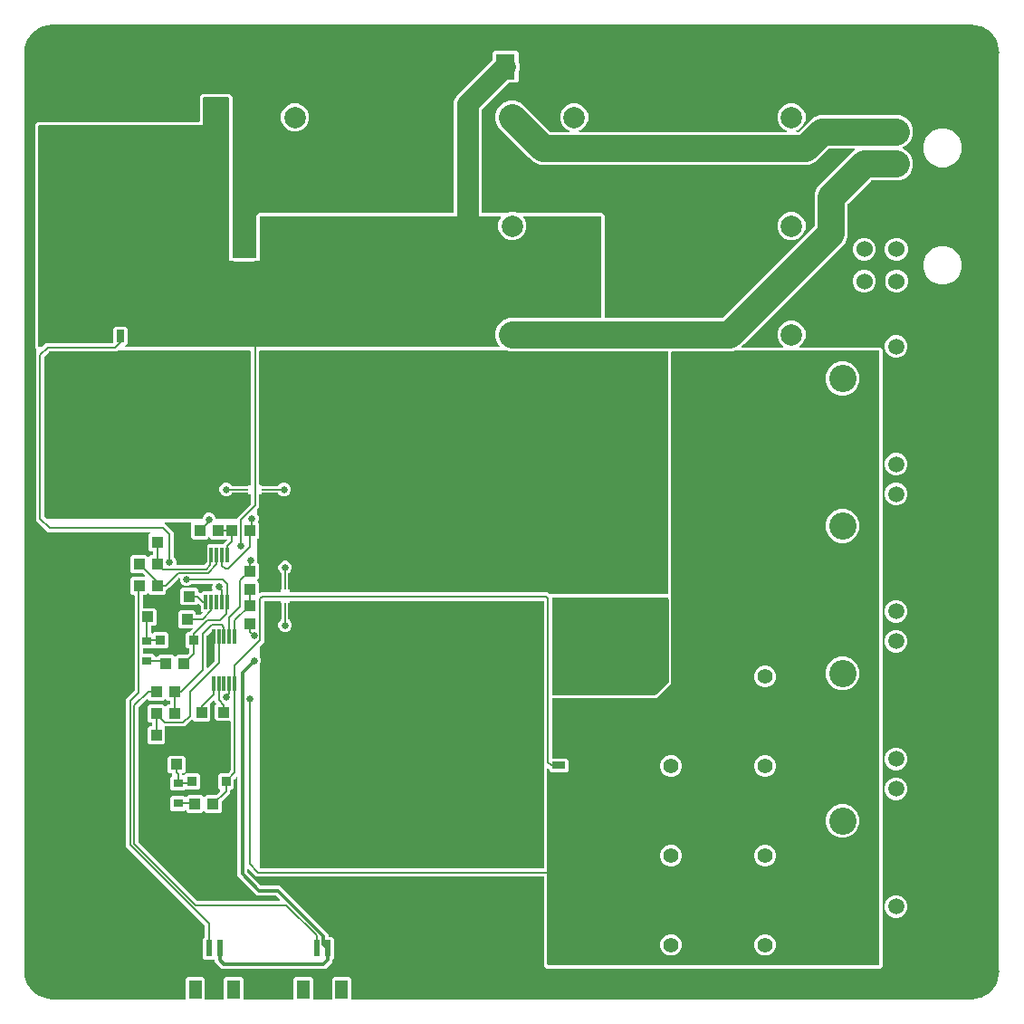
<source format=gbr>
G04 EAGLE Gerber RS-274X export*
G75*
%MOMM*%
%FSLAX34Y34*%
%LPD*%
%INTop Copper*%
%IPPOS*%
%AMOC8*
5,1,8,0,0,1.08239X$1,22.5*%
G01*
%ADD10C,2.550000*%
%ADD11C,1.500000*%
%ADD12C,2.000000*%
%ADD13C,1.524000*%
%ADD14C,2.000000*%
%ADD15R,1.600000X2.700000*%
%ADD16R,2.700000X1.600000*%
%ADD17C,1.400000*%
%ADD18R,0.300000X1.450000*%
%ADD19R,2.400000X1.800000*%
%ADD20R,1.000000X1.100000*%
%ADD21R,1.800000X2.400000*%
%ADD22R,1.100000X1.000000*%
%ADD23R,0.900000X0.800000*%
%ADD24R,1.150000X0.700000*%
%ADD25R,2.000000X2.000000*%
%ADD26R,0.700000X1.150000*%
%ADD27R,0.900000X0.950000*%
%ADD28R,1.600000X0.228600*%
%ADD29R,1.600000X1.100000*%
%ADD30R,0.228600X1.600000*%
%ADD31R,1.100000X1.600000*%
%ADD32C,5.200000*%
%ADD33R,0.600000X1.550000*%
%ADD34R,1.200000X1.800000*%
%ADD35C,0.300000*%
%ADD36C,0.654800*%
%ADD37C,0.200000*%
%ADD38C,2.500000*%
%ADD39C,0.152400*%

G36*
X154258Y4274D02*
X154258Y4274D01*
X154277Y4272D01*
X154379Y4294D01*
X154481Y4310D01*
X154498Y4320D01*
X154518Y4324D01*
X154607Y4377D01*
X154698Y4426D01*
X154712Y4440D01*
X154729Y4450D01*
X154796Y4529D01*
X154868Y4604D01*
X154876Y4622D01*
X154889Y4637D01*
X154928Y4733D01*
X154971Y4827D01*
X154973Y4847D01*
X154981Y4865D01*
X154999Y5032D01*
X154999Y23243D01*
X156757Y25001D01*
X171243Y25001D01*
X173001Y23243D01*
X173001Y5032D01*
X173004Y5012D01*
X173002Y4993D01*
X173024Y4891D01*
X173040Y4789D01*
X173050Y4772D01*
X173054Y4752D01*
X173107Y4663D01*
X173156Y4572D01*
X173170Y4558D01*
X173180Y4541D01*
X173259Y4474D01*
X173334Y4402D01*
X173352Y4394D01*
X173367Y4381D01*
X173463Y4342D01*
X173557Y4299D01*
X173577Y4297D01*
X173595Y4289D01*
X173762Y4271D01*
X190238Y4271D01*
X190258Y4274D01*
X190277Y4272D01*
X190379Y4294D01*
X190481Y4310D01*
X190498Y4320D01*
X190518Y4324D01*
X190607Y4377D01*
X190698Y4426D01*
X190712Y4440D01*
X190729Y4450D01*
X190796Y4529D01*
X190868Y4604D01*
X190876Y4622D01*
X190889Y4637D01*
X190928Y4733D01*
X190971Y4827D01*
X190973Y4847D01*
X190981Y4865D01*
X190999Y5032D01*
X190999Y23243D01*
X192757Y25001D01*
X207243Y25001D01*
X209001Y23243D01*
X209001Y5032D01*
X209004Y5012D01*
X209002Y4993D01*
X209024Y4891D01*
X209040Y4789D01*
X209050Y4772D01*
X209054Y4752D01*
X209107Y4663D01*
X209156Y4572D01*
X209170Y4558D01*
X209180Y4541D01*
X209259Y4474D01*
X209334Y4402D01*
X209352Y4394D01*
X209367Y4381D01*
X209463Y4342D01*
X209557Y4299D01*
X209577Y4297D01*
X209595Y4289D01*
X209762Y4271D01*
X255238Y4271D01*
X255258Y4274D01*
X255277Y4272D01*
X255379Y4294D01*
X255481Y4310D01*
X255498Y4320D01*
X255518Y4324D01*
X255607Y4377D01*
X255698Y4426D01*
X255712Y4440D01*
X255729Y4450D01*
X255796Y4529D01*
X255868Y4604D01*
X255876Y4622D01*
X255889Y4637D01*
X255928Y4733D01*
X255971Y4827D01*
X255973Y4847D01*
X255981Y4865D01*
X255999Y5032D01*
X255999Y23243D01*
X257757Y25001D01*
X272243Y25001D01*
X274001Y23243D01*
X274001Y5032D01*
X274004Y5012D01*
X274002Y4993D01*
X274024Y4891D01*
X274040Y4789D01*
X274050Y4772D01*
X274054Y4752D01*
X274107Y4663D01*
X274156Y4572D01*
X274170Y4558D01*
X274180Y4541D01*
X274259Y4474D01*
X274334Y4402D01*
X274352Y4394D01*
X274367Y4381D01*
X274463Y4342D01*
X274557Y4299D01*
X274577Y4297D01*
X274595Y4289D01*
X274762Y4271D01*
X291238Y4271D01*
X291258Y4274D01*
X291277Y4272D01*
X291379Y4294D01*
X291481Y4310D01*
X291498Y4320D01*
X291518Y4324D01*
X291607Y4377D01*
X291698Y4426D01*
X291712Y4440D01*
X291729Y4450D01*
X291796Y4529D01*
X291868Y4604D01*
X291876Y4622D01*
X291889Y4637D01*
X291928Y4733D01*
X291971Y4827D01*
X291973Y4847D01*
X291981Y4865D01*
X291999Y5032D01*
X291999Y23243D01*
X293757Y25001D01*
X308243Y25001D01*
X310001Y23243D01*
X310001Y5032D01*
X310004Y5012D01*
X310002Y4993D01*
X310024Y4891D01*
X310040Y4789D01*
X310050Y4772D01*
X310054Y4752D01*
X310107Y4663D01*
X310156Y4572D01*
X310170Y4558D01*
X310180Y4541D01*
X310259Y4474D01*
X310334Y4402D01*
X310352Y4394D01*
X310367Y4381D01*
X310463Y4342D01*
X310557Y4299D01*
X310577Y4297D01*
X310595Y4289D01*
X310762Y4271D01*
X890000Y4271D01*
X890022Y4274D01*
X890060Y4273D01*
X893966Y4580D01*
X893971Y4582D01*
X893977Y4581D01*
X894141Y4615D01*
X901570Y7029D01*
X901602Y7046D01*
X901637Y7054D01*
X901783Y7137D01*
X908102Y11729D01*
X908128Y11755D01*
X908158Y11773D01*
X908271Y11898D01*
X912863Y18217D01*
X912879Y18249D01*
X912902Y18277D01*
X912971Y18430D01*
X915385Y25859D01*
X915385Y25865D01*
X915388Y25870D01*
X915420Y26034D01*
X915727Y29940D01*
X915725Y29962D01*
X915729Y30000D01*
X915729Y890000D01*
X915726Y890022D01*
X915727Y890060D01*
X915420Y893966D01*
X915418Y893971D01*
X915419Y893977D01*
X915385Y894141D01*
X912971Y901570D01*
X912954Y901602D01*
X912946Y901637D01*
X912863Y901783D01*
X908271Y908102D01*
X908245Y908128D01*
X908227Y908158D01*
X908102Y908271D01*
X901783Y912863D01*
X901751Y912879D01*
X901723Y912902D01*
X901570Y912971D01*
X894141Y915385D01*
X894135Y915385D01*
X894130Y915388D01*
X893966Y915420D01*
X890060Y915727D01*
X890038Y915725D01*
X890000Y915729D01*
X30000Y915729D01*
X29978Y915726D01*
X29940Y915727D01*
X26034Y915420D01*
X26029Y915418D01*
X26023Y915419D01*
X25859Y915385D01*
X18429Y912971D01*
X18398Y912954D01*
X18363Y912946D01*
X18217Y912863D01*
X11898Y908271D01*
X11872Y908246D01*
X11842Y908227D01*
X11729Y908103D01*
X7137Y901783D01*
X7121Y901751D01*
X7098Y901723D01*
X7029Y901571D01*
X4615Y894141D01*
X4615Y894136D01*
X4612Y894130D01*
X4580Y893966D01*
X4273Y890060D01*
X4275Y890038D01*
X4271Y890000D01*
X4271Y30000D01*
X4274Y29978D01*
X4273Y29940D01*
X4580Y26034D01*
X4582Y26029D01*
X4581Y26023D01*
X4615Y25859D01*
X7029Y18430D01*
X7046Y18398D01*
X7054Y18363D01*
X7137Y18217D01*
X11729Y11898D01*
X11755Y11872D01*
X11773Y11842D01*
X11898Y11729D01*
X18217Y7137D01*
X18249Y7121D01*
X18277Y7098D01*
X18430Y7029D01*
X25859Y4615D01*
X25865Y4615D01*
X25870Y4612D01*
X26034Y4580D01*
X29940Y4273D01*
X29962Y4275D01*
X30000Y4271D01*
X154238Y4271D01*
X154258Y4274D01*
G37*
%LPC*%
G36*
X189136Y32499D02*
X189136Y32499D01*
X182499Y39136D01*
X182499Y40668D01*
X182488Y40739D01*
X182486Y40810D01*
X182468Y40859D01*
X182460Y40911D01*
X182426Y40974D01*
X182401Y41041D01*
X182369Y41082D01*
X182344Y41128D01*
X182292Y41177D01*
X182248Y41233D01*
X182204Y41261D01*
X182166Y41297D01*
X182101Y41328D01*
X182041Y41366D01*
X181990Y41379D01*
X181943Y41401D01*
X181872Y41409D01*
X181802Y41426D01*
X181750Y41422D01*
X181699Y41428D01*
X181628Y41413D01*
X181557Y41407D01*
X181509Y41387D01*
X181458Y41376D01*
X181397Y41339D01*
X181331Y41311D01*
X181275Y41266D01*
X181247Y41250D01*
X181247Y41249D01*
X172757Y41249D01*
X170999Y43007D01*
X170999Y60993D01*
X172776Y62770D01*
X172829Y62844D01*
X172889Y62913D01*
X172901Y62943D01*
X172920Y62970D01*
X172947Y63057D01*
X172981Y63142D01*
X172985Y63182D01*
X172992Y63205D01*
X172991Y63237D01*
X172999Y63308D01*
X172999Y73028D01*
X172985Y73118D01*
X172977Y73209D01*
X172965Y73238D01*
X172960Y73270D01*
X172917Y73351D01*
X172881Y73435D01*
X172855Y73467D01*
X172844Y73488D01*
X172821Y73510D01*
X172776Y73566D01*
X99475Y146867D01*
X99475Y285133D01*
X107026Y292684D01*
X107079Y292758D01*
X107139Y292828D01*
X107151Y292858D01*
X107170Y292884D01*
X107197Y292971D01*
X107231Y293056D01*
X107235Y293097D01*
X107242Y293119D01*
X107241Y293151D01*
X107249Y293222D01*
X107249Y381738D01*
X107246Y381758D01*
X107248Y381777D01*
X107226Y381879D01*
X107210Y381981D01*
X107200Y381998D01*
X107196Y382018D01*
X107143Y382107D01*
X107094Y382198D01*
X107080Y382212D01*
X107070Y382229D01*
X106991Y382296D01*
X106916Y382368D01*
X106898Y382376D01*
X106883Y382389D01*
X106787Y382428D01*
X106693Y382471D01*
X106673Y382473D01*
X106655Y382481D01*
X106488Y382499D01*
X105257Y382499D01*
X103499Y384257D01*
X103499Y397743D01*
X105257Y399501D01*
X116340Y399501D01*
X116411Y399512D01*
X116483Y399514D01*
X116532Y399532D01*
X116583Y399540D01*
X116646Y399574D01*
X116714Y399599D01*
X116754Y399631D01*
X116800Y399656D01*
X116850Y399708D01*
X116906Y399752D01*
X116934Y399796D01*
X116970Y399834D01*
X117000Y399899D01*
X117039Y399959D01*
X117051Y400010D01*
X117073Y400057D01*
X117081Y400128D01*
X117099Y400198D01*
X117095Y400250D01*
X117100Y400301D01*
X117085Y400372D01*
X117080Y400443D01*
X117059Y400491D01*
X117048Y400542D01*
X117011Y400603D01*
X116983Y400669D01*
X116938Y400725D01*
X116922Y400753D01*
X116904Y400768D01*
X116878Y400800D01*
X114902Y402776D01*
X114828Y402829D01*
X114759Y402889D01*
X114729Y402901D01*
X114703Y402920D01*
X114615Y402947D01*
X114531Y402981D01*
X114490Y402985D01*
X114468Y402992D01*
X114435Y402991D01*
X114364Y402999D01*
X105257Y402999D01*
X103499Y404757D01*
X103499Y418243D01*
X105257Y420001D01*
X117743Y420001D01*
X119462Y418282D01*
X119478Y418270D01*
X119490Y418255D01*
X119578Y418199D01*
X119661Y418138D01*
X119680Y418133D01*
X119697Y418122D01*
X119798Y418096D01*
X119897Y418066D01*
X119916Y418067D01*
X119936Y418062D01*
X120039Y418070D01*
X120142Y418072D01*
X120161Y418079D01*
X120181Y418081D01*
X120276Y418121D01*
X120373Y418157D01*
X120389Y418169D01*
X120407Y418177D01*
X120538Y418282D01*
X122257Y420001D01*
X123738Y420001D01*
X123758Y420004D01*
X123777Y420002D01*
X123879Y420024D01*
X123981Y420040D01*
X123998Y420050D01*
X124018Y420054D01*
X124107Y420107D01*
X124198Y420156D01*
X124212Y420170D01*
X124229Y420180D01*
X124296Y420259D01*
X124368Y420334D01*
X124376Y420352D01*
X124389Y420367D01*
X124428Y420463D01*
X124471Y420557D01*
X124473Y420577D01*
X124481Y420595D01*
X124499Y420762D01*
X124499Y422738D01*
X124496Y422758D01*
X124498Y422777D01*
X124476Y422879D01*
X124460Y422981D01*
X124450Y422998D01*
X124446Y423018D01*
X124393Y423107D01*
X124344Y423198D01*
X124330Y423212D01*
X124320Y423229D01*
X124241Y423296D01*
X124166Y423368D01*
X124148Y423376D01*
X124133Y423389D01*
X124037Y423428D01*
X123943Y423471D01*
X123923Y423473D01*
X123905Y423481D01*
X123738Y423499D01*
X122257Y423499D01*
X120499Y425257D01*
X120499Y438743D01*
X121456Y439700D01*
X121498Y439758D01*
X121547Y439810D01*
X121569Y439857D01*
X121600Y439899D01*
X121621Y439968D01*
X121651Y440033D01*
X121657Y440085D01*
X121672Y440135D01*
X121670Y440206D01*
X121678Y440277D01*
X121667Y440328D01*
X121666Y440380D01*
X121641Y440448D01*
X121626Y440518D01*
X121599Y440563D01*
X121581Y440611D01*
X121536Y440667D01*
X121500Y440729D01*
X121460Y440763D01*
X121427Y440803D01*
X121367Y440842D01*
X121313Y440889D01*
X121264Y440908D01*
X121221Y440936D01*
X121151Y440954D01*
X121085Y440981D01*
X121013Y440989D01*
X120982Y440997D01*
X120959Y440995D01*
X120918Y440999D01*
X26343Y440999D01*
X14999Y452343D01*
X14999Y608657D01*
X15014Y608672D01*
X15067Y608746D01*
X15127Y608816D01*
X15139Y608846D01*
X15158Y608872D01*
X15185Y608959D01*
X15219Y609044D01*
X15223Y609085D01*
X15230Y609107D01*
X15229Y609139D01*
X15237Y609210D01*
X15237Y611596D01*
X15284Y611661D01*
X15290Y611680D01*
X15301Y611697D01*
X15326Y611797D01*
X15356Y611896D01*
X15356Y611916D01*
X15361Y611936D01*
X15353Y612039D01*
X15350Y612142D01*
X15343Y612161D01*
X15342Y612181D01*
X15301Y612276D01*
X15266Y612373D01*
X15253Y612389D01*
X15245Y612407D01*
X15140Y612538D01*
X14237Y613441D01*
X14237Y822559D01*
X16441Y824763D01*
X167476Y824763D01*
X167496Y824766D01*
X167515Y824764D01*
X167617Y824786D01*
X167719Y824802D01*
X167736Y824812D01*
X167756Y824816D01*
X167845Y824869D01*
X167936Y824918D01*
X167950Y824932D01*
X167967Y824942D01*
X168034Y825021D01*
X168106Y825096D01*
X168114Y825114D01*
X168127Y825129D01*
X168166Y825225D01*
X168209Y825319D01*
X168211Y825339D01*
X168219Y825357D01*
X168237Y825524D01*
X168237Y848559D01*
X170441Y850763D01*
X196559Y850763D01*
X198763Y848559D01*
X198763Y698524D01*
X198766Y698507D01*
X198764Y698491D01*
X198764Y698489D01*
X198764Y698485D01*
X198786Y698383D01*
X198802Y698281D01*
X198812Y698264D01*
X198816Y698244D01*
X198869Y698155D01*
X198918Y698064D01*
X198932Y698050D01*
X198942Y698033D01*
X199021Y697966D01*
X199096Y697894D01*
X199114Y697886D01*
X199129Y697873D01*
X199225Y697834D01*
X199319Y697791D01*
X199339Y697789D01*
X199357Y697781D01*
X199524Y697763D01*
X220476Y697763D01*
X220496Y697766D01*
X220515Y697764D01*
X220617Y697786D01*
X220719Y697802D01*
X220736Y697812D01*
X220756Y697816D01*
X220845Y697869D01*
X220936Y697918D01*
X220950Y697932D01*
X220967Y697942D01*
X221034Y698021D01*
X221106Y698096D01*
X221114Y698114D01*
X221127Y698129D01*
X221166Y698225D01*
X221209Y698319D01*
X221211Y698339D01*
X221219Y698357D01*
X221237Y698524D01*
X221237Y737559D01*
X223441Y739763D01*
X405238Y739763D01*
X405258Y739766D01*
X405277Y739764D01*
X405379Y739786D01*
X405481Y739802D01*
X405498Y739812D01*
X405518Y739816D01*
X405607Y739869D01*
X405698Y739918D01*
X405712Y739932D01*
X405729Y739942D01*
X405796Y740021D01*
X405868Y740096D01*
X405876Y740114D01*
X405889Y740129D01*
X405928Y740225D01*
X405971Y740319D01*
X405973Y740339D01*
X405981Y740357D01*
X405999Y740524D01*
X405999Y843696D01*
X407979Y848474D01*
X411743Y852239D01*
X442076Y882572D01*
X442129Y882646D01*
X442189Y882716D01*
X442201Y882746D01*
X442220Y882772D01*
X442247Y882859D01*
X442281Y882944D01*
X442285Y882985D01*
X442292Y883007D01*
X442291Y883039D01*
X442299Y883110D01*
X442299Y889653D01*
X444057Y891411D01*
X464543Y891411D01*
X466301Y889653D01*
X466301Y881562D01*
X466311Y881497D01*
X466312Y881431D01*
X466335Y881351D01*
X466340Y881319D01*
X466350Y881302D01*
X466359Y881270D01*
X467301Y878996D01*
X467301Y873824D01*
X466359Y871550D01*
X466344Y871486D01*
X466319Y871425D01*
X466310Y871342D01*
X466303Y871310D01*
X466304Y871291D01*
X466301Y871258D01*
X466301Y863167D01*
X464543Y861409D01*
X458000Y861409D01*
X457910Y861395D01*
X457819Y861387D01*
X457790Y861375D01*
X457758Y861370D01*
X457677Y861327D01*
X457593Y861291D01*
X457561Y861265D01*
X457540Y861254D01*
X457518Y861231D01*
X457462Y861186D01*
X432224Y835948D01*
X432171Y835874D01*
X432111Y835804D01*
X432099Y835774D01*
X432080Y835748D01*
X432053Y835661D01*
X432019Y835576D01*
X432015Y835535D01*
X432008Y835513D01*
X432009Y835481D01*
X432001Y835410D01*
X432001Y740524D01*
X432004Y740504D01*
X432002Y740485D01*
X432024Y740383D01*
X432040Y740281D01*
X432050Y740264D01*
X432054Y740244D01*
X432107Y740155D01*
X432156Y740064D01*
X432170Y740050D01*
X432180Y740033D01*
X432259Y739966D01*
X432334Y739894D01*
X432352Y739886D01*
X432367Y739873D01*
X432463Y739834D01*
X432557Y739791D01*
X432577Y739789D01*
X432595Y739781D01*
X432762Y739763D01*
X455781Y739763D01*
X455846Y739773D01*
X455911Y739774D01*
X455991Y739797D01*
X456024Y739802D01*
X456041Y739812D01*
X456072Y739821D01*
X457714Y740501D01*
X462886Y740501D01*
X464528Y739821D01*
X464592Y739806D01*
X464652Y739781D01*
X464735Y739772D01*
X464767Y739765D01*
X464787Y739766D01*
X464819Y739763D01*
X544559Y739763D01*
X546763Y737559D01*
X546763Y642162D01*
X546766Y642142D01*
X546764Y642123D01*
X546786Y642021D01*
X546802Y641919D01*
X546812Y641902D01*
X546816Y641882D01*
X546869Y641793D01*
X546918Y641702D01*
X546932Y641688D01*
X546942Y641671D01*
X547021Y641604D01*
X547096Y641532D01*
X547114Y641524D01*
X547129Y641511D01*
X547225Y641472D01*
X547319Y641429D01*
X547339Y641427D01*
X547357Y641419D01*
X547524Y641401D01*
X657164Y641401D01*
X657254Y641415D01*
X657345Y641423D01*
X657375Y641435D01*
X657407Y641440D01*
X657488Y641483D01*
X657571Y641519D01*
X657604Y641545D01*
X657624Y641556D01*
X657646Y641579D01*
X657702Y641624D01*
X742976Y726898D01*
X743029Y726972D01*
X743089Y727041D01*
X743101Y727071D01*
X743120Y727097D01*
X743147Y727184D01*
X743181Y727269D01*
X743185Y727310D01*
X743192Y727332D01*
X743191Y727365D01*
X743199Y727436D01*
X743199Y757583D01*
X745559Y763280D01*
X780978Y798700D01*
X781020Y798758D01*
X781070Y798810D01*
X781092Y798857D01*
X781122Y798899D01*
X781143Y798968D01*
X781173Y799033D01*
X781179Y799085D01*
X781194Y799135D01*
X781192Y799206D01*
X781200Y799277D01*
X781189Y799328D01*
X781188Y799380D01*
X781163Y799448D01*
X781148Y799518D01*
X781121Y799563D01*
X781104Y799611D01*
X781059Y799667D01*
X781022Y799729D01*
X780982Y799763D01*
X780950Y799803D01*
X780890Y799842D01*
X780835Y799889D01*
X780787Y799908D01*
X780743Y799936D01*
X780673Y799954D01*
X780607Y799981D01*
X780536Y799989D01*
X780504Y799997D01*
X780481Y799995D01*
X780440Y799999D01*
X757236Y799999D01*
X757146Y799985D01*
X757055Y799977D01*
X757025Y799965D01*
X756993Y799960D01*
X756912Y799917D01*
X756829Y799881D01*
X756796Y799855D01*
X756776Y799844D01*
X756754Y799821D01*
X756698Y799776D01*
X743780Y786859D01*
X738083Y784499D01*
X486317Y784499D01*
X480620Y786859D01*
X476152Y791326D01*
X476152Y791327D01*
X447159Y820320D01*
X444799Y826017D01*
X444799Y832183D01*
X447159Y837880D01*
X451520Y842241D01*
X457217Y844601D01*
X463383Y844601D01*
X469080Y842241D01*
X495598Y815724D01*
X495672Y815671D01*
X495741Y815611D01*
X495771Y815599D01*
X495797Y815580D01*
X495884Y815553D01*
X495969Y815519D01*
X496010Y815515D01*
X496032Y815508D01*
X496065Y815509D01*
X496136Y815501D01*
X513432Y815501D01*
X513528Y815516D01*
X513625Y815526D01*
X513649Y815536D01*
X513675Y815540D01*
X513761Y815586D01*
X513850Y815626D01*
X513869Y815643D01*
X513892Y815656D01*
X513959Y815726D01*
X514031Y815792D01*
X514043Y815815D01*
X514061Y815834D01*
X514102Y815922D01*
X514149Y816008D01*
X514154Y816033D01*
X514165Y816057D01*
X514176Y816154D01*
X514193Y816250D01*
X514189Y816276D01*
X514192Y816301D01*
X514171Y816397D01*
X514157Y816493D01*
X514145Y816516D01*
X514140Y816542D01*
X514090Y816625D01*
X514046Y816712D01*
X514027Y816731D01*
X514014Y816753D01*
X513940Y816816D01*
X513870Y816884D01*
X513842Y816900D01*
X513827Y816913D01*
X513796Y816925D01*
X513723Y816965D01*
X511036Y818079D01*
X507379Y821736D01*
X505399Y826514D01*
X505399Y831686D01*
X507379Y836464D01*
X511036Y840121D01*
X515814Y842101D01*
X520986Y842101D01*
X525764Y840121D01*
X529421Y836464D01*
X531401Y831686D01*
X531401Y826514D01*
X529421Y821736D01*
X525764Y818079D01*
X523077Y816965D01*
X522994Y816914D01*
X522908Y816868D01*
X522890Y816850D01*
X522868Y816836D01*
X522805Y816760D01*
X522739Y816690D01*
X522728Y816666D01*
X522711Y816646D01*
X522676Y816555D01*
X522635Y816467D01*
X522632Y816441D01*
X522623Y816417D01*
X522619Y816319D01*
X522608Y816223D01*
X522613Y816197D01*
X522612Y816171D01*
X522639Y816077D01*
X522660Y815982D01*
X522674Y815960D01*
X522681Y815935D01*
X522736Y815855D01*
X522786Y815771D01*
X522806Y815754D01*
X522821Y815733D01*
X522899Y815674D01*
X522973Y815611D01*
X522997Y815601D01*
X523018Y815586D01*
X523111Y815556D01*
X523201Y815519D01*
X523234Y815516D01*
X523252Y815510D01*
X523285Y815510D01*
X523368Y815501D01*
X716632Y815501D01*
X716728Y815516D01*
X716825Y815526D01*
X716849Y815536D01*
X716875Y815540D01*
X716961Y815586D01*
X717050Y815626D01*
X717069Y815643D01*
X717092Y815656D01*
X717159Y815726D01*
X717231Y815792D01*
X717243Y815815D01*
X717261Y815834D01*
X717302Y815922D01*
X717349Y816008D01*
X717354Y816033D01*
X717365Y816057D01*
X717376Y816154D01*
X717393Y816250D01*
X717389Y816276D01*
X717392Y816301D01*
X717371Y816397D01*
X717357Y816493D01*
X717345Y816516D01*
X717340Y816542D01*
X717290Y816625D01*
X717246Y816712D01*
X717227Y816731D01*
X717214Y816753D01*
X717140Y816816D01*
X717070Y816884D01*
X717042Y816900D01*
X717027Y816913D01*
X716996Y816925D01*
X716923Y816965D01*
X714236Y818079D01*
X710579Y821736D01*
X708599Y826514D01*
X708599Y831686D01*
X710579Y836464D01*
X714236Y840121D01*
X719014Y842101D01*
X724186Y842101D01*
X728964Y840121D01*
X732621Y836464D01*
X734601Y831686D01*
X734601Y826514D01*
X732621Y821736D01*
X728964Y818079D01*
X726277Y816965D01*
X726194Y816914D01*
X726108Y816868D01*
X726090Y816850D01*
X726068Y816836D01*
X726005Y816760D01*
X725939Y816690D01*
X725928Y816666D01*
X725911Y816646D01*
X725876Y816555D01*
X725835Y816467D01*
X725832Y816441D01*
X725823Y816417D01*
X725819Y816319D01*
X725808Y816223D01*
X725813Y816197D01*
X725812Y816171D01*
X725839Y816077D01*
X725860Y815982D01*
X725874Y815960D01*
X725881Y815935D01*
X725936Y815855D01*
X725986Y815771D01*
X726006Y815754D01*
X726021Y815733D01*
X726099Y815674D01*
X726173Y815611D01*
X726197Y815601D01*
X726218Y815586D01*
X726311Y815556D01*
X726401Y815519D01*
X726434Y815516D01*
X726452Y815510D01*
X726485Y815510D01*
X726568Y815501D01*
X728264Y815501D01*
X728354Y815515D01*
X728445Y815523D01*
X728475Y815535D01*
X728507Y815540D01*
X728588Y815583D01*
X728671Y815619D01*
X728704Y815645D01*
X728724Y815656D01*
X728746Y815679D01*
X728802Y815724D01*
X741720Y828641D01*
X747417Y831001D01*
X822783Y831001D01*
X828480Y828641D01*
X832841Y824280D01*
X835201Y818583D01*
X835201Y812417D01*
X832841Y806720D01*
X828480Y802359D01*
X825700Y801207D01*
X825639Y801170D01*
X825574Y801141D01*
X825535Y801105D01*
X825491Y801078D01*
X825445Y801023D01*
X825392Y800974D01*
X825367Y800928D01*
X825334Y800888D01*
X825308Y800821D01*
X825274Y800759D01*
X825265Y800707D01*
X825246Y800659D01*
X825243Y800587D01*
X825230Y800517D01*
X825238Y800465D01*
X825236Y800413D01*
X825256Y800344D01*
X825266Y800273D01*
X825290Y800227D01*
X825304Y800177D01*
X825345Y800118D01*
X825377Y800054D01*
X825415Y800017D01*
X825444Y799975D01*
X825502Y799932D01*
X825553Y799882D01*
X825616Y799847D01*
X825642Y799828D01*
X825664Y799821D01*
X825700Y799801D01*
X828500Y798641D01*
X832861Y794280D01*
X835221Y788583D01*
X835221Y782417D01*
X832861Y776720D01*
X828500Y772359D01*
X822803Y769999D01*
X796436Y769999D01*
X796346Y769985D01*
X796255Y769977D01*
X796225Y769965D01*
X796193Y769960D01*
X796112Y769917D01*
X796029Y769881D01*
X795996Y769855D01*
X795976Y769844D01*
X795954Y769821D01*
X795898Y769776D01*
X774424Y748302D01*
X774371Y748228D01*
X774311Y748159D01*
X774299Y748129D01*
X774280Y748103D01*
X774253Y748016D01*
X774219Y747931D01*
X774215Y747890D01*
X774208Y747868D01*
X774209Y747835D01*
X774201Y747764D01*
X774201Y717617D01*
X771841Y711920D01*
X677148Y617227D01*
X674984Y615062D01*
X674942Y615004D01*
X674892Y614952D01*
X674870Y614905D01*
X674840Y614863D01*
X674819Y614794D01*
X674789Y614729D01*
X674783Y614677D01*
X674768Y614627D01*
X674770Y614556D01*
X674762Y614485D01*
X674773Y614434D01*
X674774Y614382D01*
X674799Y614314D01*
X674814Y614244D01*
X674841Y614199D01*
X674858Y614151D01*
X674903Y614095D01*
X674940Y614033D01*
X674980Y613999D01*
X675012Y613959D01*
X675072Y613920D01*
X675127Y613873D01*
X675175Y613854D01*
X675219Y613826D01*
X675289Y613808D01*
X675355Y613781D01*
X675426Y613773D01*
X675458Y613765D01*
X675481Y613767D01*
X675522Y613763D01*
X713514Y613763D01*
X713584Y613774D01*
X713656Y613776D01*
X713705Y613794D01*
X713756Y613802D01*
X713820Y613836D01*
X713887Y613861D01*
X713928Y613893D01*
X713974Y613918D01*
X714023Y613970D01*
X714079Y614014D01*
X714107Y614058D01*
X714143Y614096D01*
X714173Y614161D01*
X714212Y614221D01*
X714225Y614272D01*
X714247Y614319D01*
X714255Y614390D01*
X714272Y614460D01*
X714268Y614512D01*
X714274Y614563D01*
X714259Y614634D01*
X714253Y614705D01*
X714233Y614753D01*
X714222Y614804D01*
X714185Y614865D01*
X714157Y614931D01*
X714112Y614987D01*
X714095Y615015D01*
X714078Y615030D01*
X714052Y615062D01*
X710579Y618536D01*
X708599Y623314D01*
X708599Y628486D01*
X710579Y633264D01*
X714236Y636921D01*
X719014Y638901D01*
X724186Y638901D01*
X728964Y636921D01*
X732621Y633264D01*
X734601Y628486D01*
X734601Y623314D01*
X732621Y618536D01*
X729148Y615062D01*
X729106Y615004D01*
X729057Y614952D01*
X729035Y614905D01*
X729005Y614863D01*
X728983Y614794D01*
X728953Y614729D01*
X728948Y614677D01*
X728932Y614627D01*
X728934Y614556D01*
X728926Y614485D01*
X728937Y614434D01*
X728939Y614382D01*
X728963Y614314D01*
X728978Y614244D01*
X729005Y614199D01*
X729023Y614151D01*
X729068Y614095D01*
X729105Y614033D01*
X729144Y613999D01*
X729177Y613959D01*
X729237Y613920D01*
X729291Y613873D01*
X729340Y613854D01*
X729384Y613826D01*
X729453Y613808D01*
X729520Y613781D01*
X729591Y613773D01*
X729622Y613765D01*
X729645Y613767D01*
X729686Y613763D01*
X804559Y613763D01*
X806763Y611559D01*
X806763Y35441D01*
X804559Y33237D01*
X492441Y33237D01*
X490237Y35441D01*
X490237Y118238D01*
X490234Y118258D01*
X490236Y118277D01*
X490214Y118379D01*
X490198Y118481D01*
X490188Y118498D01*
X490184Y118518D01*
X490131Y118607D01*
X490082Y118698D01*
X490068Y118712D01*
X490058Y118729D01*
X489979Y118796D01*
X489904Y118868D01*
X489886Y118876D01*
X489871Y118889D01*
X489775Y118928D01*
X489681Y118971D01*
X489661Y118973D01*
X489643Y118981D01*
X489476Y118999D01*
X221343Y118999D01*
X213800Y126542D01*
X213742Y126584D01*
X213690Y126633D01*
X213643Y126655D01*
X213601Y126685D01*
X213532Y126706D01*
X213467Y126737D01*
X213415Y126742D01*
X213365Y126758D01*
X213294Y126756D01*
X213223Y126764D01*
X213172Y126753D01*
X213120Y126751D01*
X213052Y126727D01*
X212982Y126712D01*
X212937Y126685D01*
X212889Y126667D01*
X212833Y126622D01*
X212771Y126585D01*
X212737Y126546D01*
X212697Y126513D01*
X212658Y126453D01*
X212611Y126398D01*
X212592Y126350D01*
X212564Y126306D01*
X212546Y126237D01*
X212519Y126170D01*
X212511Y126099D01*
X212503Y126068D01*
X212505Y126045D01*
X212501Y126004D01*
X212501Y124180D01*
X212515Y124090D01*
X212523Y123999D01*
X212535Y123969D01*
X212540Y123937D01*
X212583Y123856D01*
X212619Y123772D01*
X212645Y123740D01*
X212656Y123719D01*
X212679Y123697D01*
X212724Y123641D01*
X225641Y110724D01*
X225715Y110671D01*
X225785Y110611D01*
X225815Y110599D01*
X225841Y110580D01*
X225928Y110553D01*
X226013Y110519D01*
X226054Y110515D01*
X226076Y110508D01*
X226108Y110509D01*
X226180Y110501D01*
X243305Y110501D01*
X288525Y65281D01*
X288525Y63512D01*
X288528Y63492D01*
X288526Y63473D01*
X288548Y63371D01*
X288564Y63269D01*
X288574Y63252D01*
X288578Y63232D01*
X288631Y63143D01*
X288680Y63052D01*
X288694Y63038D01*
X288704Y63021D01*
X288783Y62954D01*
X288858Y62882D01*
X288876Y62874D01*
X288891Y62861D01*
X288987Y62822D01*
X289081Y62779D01*
X289101Y62777D01*
X289119Y62769D01*
X289286Y62751D01*
X292243Y62751D01*
X294001Y60993D01*
X294001Y43007D01*
X292724Y41730D01*
X292671Y41656D01*
X292611Y41587D01*
X292599Y41557D01*
X292580Y41530D01*
X292553Y41443D01*
X292519Y41358D01*
X292515Y41318D01*
X292508Y41295D01*
X292509Y41263D01*
X292501Y41192D01*
X292501Y39136D01*
X285864Y32499D01*
X189136Y32499D01*
G37*
%LPD*%
G36*
X803020Y36242D02*
X803020Y36242D01*
X803039Y36240D01*
X803141Y36262D01*
X803243Y36279D01*
X803260Y36288D01*
X803280Y36292D01*
X803369Y36345D01*
X803460Y36394D01*
X803474Y36408D01*
X803491Y36418D01*
X803558Y36497D01*
X803630Y36572D01*
X803638Y36590D01*
X803651Y36605D01*
X803690Y36701D01*
X803733Y36795D01*
X803735Y36815D01*
X803743Y36833D01*
X803761Y37000D01*
X803761Y610000D01*
X803758Y610020D01*
X803760Y610039D01*
X803738Y610141D01*
X803722Y610243D01*
X803712Y610260D01*
X803708Y610280D01*
X803655Y610369D01*
X803606Y610460D01*
X803592Y610474D01*
X803582Y610491D01*
X803503Y610558D01*
X803428Y610630D01*
X803410Y610638D01*
X803395Y610651D01*
X803299Y610690D01*
X803205Y610733D01*
X803185Y610735D01*
X803167Y610743D01*
X803000Y610761D01*
X668009Y610761D01*
X667944Y610751D01*
X667878Y610750D01*
X667798Y610727D01*
X667766Y610722D01*
X667749Y610712D01*
X667717Y610703D01*
X666983Y610399D01*
X610000Y610399D01*
X609980Y610396D01*
X609961Y610398D01*
X609859Y610376D01*
X609757Y610360D01*
X609740Y610350D01*
X609720Y610346D01*
X609631Y610293D01*
X609540Y610244D01*
X609526Y610230D01*
X609509Y610220D01*
X609442Y610141D01*
X609371Y610066D01*
X609362Y610048D01*
X609349Y610033D01*
X609310Y609937D01*
X609267Y609843D01*
X609265Y609823D01*
X609257Y609805D01*
X609239Y609638D01*
X609239Y299315D01*
X595685Y285761D01*
X498762Y285761D01*
X498742Y285758D01*
X498723Y285760D01*
X498621Y285738D01*
X498519Y285722D01*
X498502Y285712D01*
X498482Y285708D01*
X498393Y285655D01*
X498302Y285606D01*
X498288Y285592D01*
X498271Y285582D01*
X498204Y285503D01*
X498132Y285428D01*
X498124Y285410D01*
X498111Y285395D01*
X498072Y285299D01*
X498029Y285205D01*
X498027Y285185D01*
X498019Y285167D01*
X498001Y285000D01*
X498001Y230312D01*
X498004Y230292D01*
X498002Y230273D01*
X498024Y230171D01*
X498040Y230069D01*
X498050Y230052D01*
X498054Y230032D01*
X498107Y229943D01*
X498156Y229852D01*
X498170Y229838D01*
X498180Y229821D01*
X498259Y229754D01*
X498334Y229682D01*
X498352Y229674D01*
X498367Y229661D01*
X498463Y229622D01*
X498557Y229579D01*
X498577Y229577D01*
X498595Y229569D01*
X498762Y229551D01*
X511243Y229551D01*
X513001Y227793D01*
X513001Y218307D01*
X511243Y216549D01*
X497257Y216549D01*
X495499Y218307D01*
X495499Y218828D01*
X495485Y218918D01*
X495477Y219009D01*
X495465Y219038D01*
X495460Y219070D01*
X495417Y219151D01*
X495381Y219235D01*
X495355Y219267D01*
X495344Y219288D01*
X495321Y219310D01*
X495276Y219366D01*
X494538Y220104D01*
X494480Y220146D01*
X494428Y220195D01*
X494381Y220217D01*
X494339Y220247D01*
X494270Y220268D01*
X494205Y220299D01*
X494153Y220304D01*
X494103Y220320D01*
X494032Y220318D01*
X493961Y220326D01*
X493910Y220315D01*
X493858Y220313D01*
X493790Y220289D01*
X493720Y220274D01*
X493676Y220247D01*
X493627Y220229D01*
X493571Y220184D01*
X493509Y220147D01*
X493475Y220108D01*
X493435Y220075D01*
X493396Y220015D01*
X493349Y219960D01*
X493330Y219912D01*
X493302Y219868D01*
X493284Y219799D01*
X493257Y219732D01*
X493249Y219661D01*
X493241Y219630D01*
X493243Y219606D01*
X493239Y219566D01*
X493239Y37000D01*
X493242Y36980D01*
X493240Y36961D01*
X493262Y36859D01*
X493279Y36757D01*
X493288Y36740D01*
X493292Y36720D01*
X493345Y36631D01*
X493394Y36540D01*
X493408Y36526D01*
X493418Y36509D01*
X493497Y36442D01*
X493572Y36371D01*
X493590Y36362D01*
X493605Y36349D01*
X493701Y36310D01*
X493795Y36267D01*
X493815Y36265D01*
X493833Y36257D01*
X494000Y36239D01*
X803000Y36239D01*
X803020Y36242D01*
G37*
G36*
X605496Y383242D02*
X605496Y383242D01*
X605515Y383240D01*
X605617Y383262D01*
X605719Y383279D01*
X605736Y383288D01*
X605756Y383292D01*
X605845Y383345D01*
X605936Y383394D01*
X605950Y383408D01*
X605967Y383418D01*
X606034Y383497D01*
X606106Y383572D01*
X606114Y383590D01*
X606127Y383605D01*
X606166Y383701D01*
X606209Y383795D01*
X606211Y383815D01*
X606219Y383833D01*
X606237Y384000D01*
X606237Y609638D01*
X606234Y609658D01*
X606236Y609677D01*
X606214Y609779D01*
X606198Y609881D01*
X606188Y609898D01*
X606184Y609918D01*
X606131Y610007D01*
X606082Y610098D01*
X606068Y610112D01*
X606058Y610129D01*
X605979Y610196D01*
X605904Y610268D01*
X605886Y610276D01*
X605871Y610289D01*
X605775Y610328D01*
X605681Y610371D01*
X605661Y610373D01*
X605643Y610381D01*
X605476Y610399D01*
X457217Y610399D01*
X456483Y610703D01*
X456419Y610718D01*
X456358Y610743D01*
X456275Y610752D01*
X456243Y610759D01*
X456224Y610758D01*
X456191Y610761D01*
X224762Y610761D01*
X224742Y610758D01*
X224723Y610760D01*
X224621Y610738D01*
X224519Y610722D01*
X224502Y610712D01*
X224482Y610708D01*
X224393Y610655D01*
X224302Y610606D01*
X224288Y610592D01*
X224271Y610582D01*
X224204Y610503D01*
X224132Y610428D01*
X224124Y610410D01*
X224111Y610395D01*
X224072Y610299D01*
X224029Y610205D01*
X224027Y610185D01*
X224019Y610167D01*
X224001Y610000D01*
X224001Y485905D01*
X224004Y485885D01*
X224002Y485866D01*
X224024Y485764D01*
X224040Y485662D01*
X224050Y485645D01*
X224054Y485625D01*
X224107Y485536D01*
X224156Y485445D01*
X224170Y485431D01*
X224180Y485414D01*
X224259Y485347D01*
X224334Y485275D01*
X224352Y485267D01*
X224367Y485254D01*
X224463Y485215D01*
X224557Y485172D01*
X224577Y485170D01*
X224595Y485162D01*
X224762Y485144D01*
X241955Y485144D01*
X242045Y485158D01*
X242136Y485166D01*
X242165Y485178D01*
X242197Y485183D01*
X242278Y485226D01*
X242362Y485262D01*
X242394Y485288D01*
X242415Y485299D01*
X242437Y485322D01*
X242493Y485367D01*
X243446Y486319D01*
X245752Y487275D01*
X248248Y487275D01*
X250554Y486319D01*
X252319Y484554D01*
X253275Y482248D01*
X253275Y479752D01*
X252319Y477446D01*
X250554Y475681D01*
X248248Y474725D01*
X245752Y474725D01*
X243446Y475681D01*
X242493Y476633D01*
X242419Y476686D01*
X242349Y476746D01*
X242319Y476758D01*
X242293Y476777D01*
X242206Y476804D01*
X242121Y476838D01*
X242080Y476842D01*
X242058Y476849D01*
X242026Y476848D01*
X241955Y476856D01*
X224762Y476856D01*
X224742Y476853D01*
X224723Y476855D01*
X224621Y476833D01*
X224519Y476817D01*
X224502Y476807D01*
X224482Y476803D01*
X224393Y476750D01*
X224302Y476701D01*
X224288Y476687D01*
X224271Y476677D01*
X224204Y476598D01*
X224132Y476523D01*
X224124Y476505D01*
X224111Y476490D01*
X224072Y476394D01*
X224029Y476300D01*
X224027Y476280D01*
X224019Y476262D01*
X224001Y476095D01*
X224001Y464343D01*
X222462Y462804D01*
X222409Y462730D01*
X222349Y462660D01*
X222337Y462630D01*
X222318Y462604D01*
X222291Y462517D01*
X222257Y462432D01*
X222253Y462391D01*
X222246Y462369D01*
X222247Y462337D01*
X222239Y462266D01*
X222239Y457901D01*
X222249Y457836D01*
X222250Y457770D01*
X222273Y457690D01*
X222279Y457658D01*
X222288Y457641D01*
X222297Y457609D01*
X223275Y455248D01*
X223275Y452752D01*
X222654Y451254D01*
X222645Y451215D01*
X222636Y451195D01*
X222632Y451157D01*
X222628Y451140D01*
X222599Y451027D01*
X222600Y451021D01*
X222598Y451014D01*
X222609Y450898D01*
X222618Y450782D01*
X222621Y450776D01*
X222621Y450770D01*
X222669Y450662D01*
X222714Y450555D01*
X222719Y450549D01*
X222721Y450545D01*
X222734Y450531D01*
X222819Y450424D01*
X223501Y449743D01*
X223501Y436257D01*
X222462Y435218D01*
X222409Y435144D01*
X222349Y435075D01*
X222337Y435044D01*
X222318Y435018D01*
X222291Y434931D01*
X222257Y434846D01*
X222253Y434806D01*
X222246Y434783D01*
X222247Y434751D01*
X222239Y434680D01*
X222239Y416486D01*
X222249Y416422D01*
X222250Y416356D01*
X222273Y416276D01*
X222275Y416267D01*
X222275Y413724D01*
X222257Y413680D01*
X222248Y413597D01*
X222241Y413565D01*
X222242Y413546D01*
X222239Y413514D01*
X222239Y412320D01*
X222254Y412230D01*
X222261Y412139D01*
X222273Y412109D01*
X222279Y412077D01*
X222321Y411997D01*
X222357Y411913D01*
X222383Y411881D01*
X222394Y411860D01*
X222417Y411838D01*
X222462Y411782D01*
X223501Y410743D01*
X223501Y398257D01*
X222462Y397218D01*
X222409Y397144D01*
X222349Y397075D01*
X222337Y397044D01*
X222318Y397018D01*
X222291Y396931D01*
X222257Y396846D01*
X222253Y396806D01*
X222246Y396783D01*
X222247Y396751D01*
X222239Y396680D01*
X222239Y395320D01*
X222254Y395230D01*
X222261Y395139D01*
X222273Y395109D01*
X222279Y395077D01*
X222321Y394997D01*
X222357Y394913D01*
X222383Y394881D01*
X222394Y394860D01*
X222417Y394838D01*
X222462Y394782D01*
X223501Y393743D01*
X223501Y384996D01*
X223512Y384926D01*
X223514Y384854D01*
X223532Y384805D01*
X223540Y384754D01*
X223574Y384690D01*
X223599Y384623D01*
X223631Y384582D01*
X223656Y384536D01*
X223708Y384487D01*
X223752Y384431D01*
X223796Y384403D01*
X223834Y384367D01*
X223899Y384337D01*
X223959Y384298D01*
X224010Y384285D01*
X224057Y384263D01*
X224128Y384255D01*
X224198Y384238D01*
X224250Y384242D01*
X224301Y384236D01*
X224372Y384251D01*
X224443Y384257D01*
X224491Y384277D01*
X224542Y384288D01*
X224603Y384325D01*
X224669Y384353D01*
X224725Y384398D01*
X224753Y384415D01*
X224768Y384432D01*
X224800Y384458D01*
X225343Y385001D01*
X243095Y385001D01*
X243115Y385004D01*
X243134Y385002D01*
X243236Y385024D01*
X243338Y385040D01*
X243355Y385050D01*
X243375Y385054D01*
X243464Y385107D01*
X243555Y385156D01*
X243569Y385170D01*
X243586Y385180D01*
X243653Y385259D01*
X243725Y385334D01*
X243733Y385352D01*
X243746Y385367D01*
X243785Y385463D01*
X243828Y385557D01*
X243830Y385577D01*
X243838Y385595D01*
X243856Y385762D01*
X243856Y402955D01*
X243842Y403045D01*
X243834Y403136D01*
X243822Y403165D01*
X243817Y403197D01*
X243774Y403278D01*
X243738Y403362D01*
X243712Y403394D01*
X243701Y403415D01*
X243678Y403437D01*
X243633Y403493D01*
X242681Y404446D01*
X241725Y406752D01*
X241725Y409248D01*
X242681Y411554D01*
X244446Y413319D01*
X246752Y414275D01*
X249248Y414275D01*
X251554Y413319D01*
X253319Y411554D01*
X254275Y409248D01*
X254275Y406752D01*
X253319Y404446D01*
X252367Y403493D01*
X252314Y403419D01*
X252254Y403349D01*
X252242Y403319D01*
X252223Y403293D01*
X252196Y403206D01*
X252162Y403121D01*
X252158Y403080D01*
X252151Y403058D01*
X252152Y403026D01*
X252144Y402955D01*
X252144Y385762D01*
X252147Y385742D01*
X252145Y385723D01*
X252167Y385621D01*
X252183Y385519D01*
X252193Y385502D01*
X252197Y385482D01*
X252250Y385393D01*
X252299Y385302D01*
X252313Y385288D01*
X252323Y385271D01*
X252402Y385204D01*
X252477Y385132D01*
X252495Y385124D01*
X252510Y385111D01*
X252606Y385072D01*
X252700Y385029D01*
X252720Y385027D01*
X252738Y385019D01*
X252905Y385001D01*
X493657Y385001D01*
X495196Y383462D01*
X495270Y383409D01*
X495340Y383349D01*
X495370Y383337D01*
X495396Y383318D01*
X495483Y383291D01*
X495568Y383257D01*
X495609Y383253D01*
X495631Y383246D01*
X495663Y383247D01*
X495734Y383239D01*
X605476Y383239D01*
X605496Y383242D01*
G37*
G36*
X20356Y614254D02*
X20356Y614254D01*
X20447Y614261D01*
X20476Y614273D01*
X20508Y614279D01*
X20589Y614321D01*
X20673Y614357D01*
X20705Y614383D01*
X20726Y614394D01*
X20748Y614417D01*
X20804Y614462D01*
X24343Y618001D01*
X86688Y618001D01*
X86708Y618004D01*
X86727Y618002D01*
X86829Y618024D01*
X86931Y618040D01*
X86948Y618050D01*
X86968Y618054D01*
X87057Y618107D01*
X87148Y618156D01*
X87162Y618170D01*
X87179Y618180D01*
X87246Y618259D01*
X87318Y618334D01*
X87326Y618352D01*
X87339Y618367D01*
X87378Y618463D01*
X87421Y618557D01*
X87423Y618577D01*
X87431Y618595D01*
X87449Y618762D01*
X87449Y631243D01*
X89207Y633001D01*
X98693Y633001D01*
X100451Y631243D01*
X100451Y617257D01*
X98732Y615538D01*
X98690Y615480D01*
X98641Y615428D01*
X98619Y615381D01*
X98588Y615339D01*
X98567Y615270D01*
X98537Y615205D01*
X98531Y615153D01*
X98516Y615103D01*
X98518Y615032D01*
X98510Y614961D01*
X98521Y614910D01*
X98522Y614858D01*
X98547Y614790D01*
X98562Y614720D01*
X98589Y614676D01*
X98607Y614627D01*
X98652Y614571D01*
X98688Y614509D01*
X98728Y614475D01*
X98761Y614435D01*
X98821Y614396D01*
X98875Y614349D01*
X98924Y614330D01*
X98967Y614302D01*
X99037Y614284D01*
X99104Y614257D01*
X99175Y614249D01*
X99206Y614241D01*
X99229Y614243D01*
X99270Y614239D01*
X448202Y614239D01*
X448273Y614250D01*
X448345Y614252D01*
X448394Y614270D01*
X448445Y614279D01*
X448508Y614312D01*
X448576Y614337D01*
X448616Y614369D01*
X448662Y614394D01*
X448712Y614446D01*
X448768Y614490D01*
X448796Y614534D01*
X448832Y614572D01*
X448862Y614637D01*
X448901Y614697D01*
X448913Y614748D01*
X448935Y614795D01*
X448943Y614866D01*
X448961Y614936D01*
X448957Y614988D01*
X448962Y615039D01*
X448947Y615110D01*
X448942Y615181D01*
X448921Y615229D01*
X448910Y615280D01*
X448873Y615341D01*
X448845Y615407D01*
X448800Y615463D01*
X448784Y615491D01*
X448766Y615506D01*
X448740Y615538D01*
X447159Y617120D01*
X444799Y622817D01*
X444799Y628983D01*
X447159Y634680D01*
X451520Y639041D01*
X457217Y641401D01*
X543000Y641401D01*
X543020Y641404D01*
X543039Y641402D01*
X543141Y641424D01*
X543243Y641440D01*
X543260Y641450D01*
X543280Y641454D01*
X543369Y641507D01*
X543460Y641556D01*
X543474Y641570D01*
X543491Y641580D01*
X543558Y641659D01*
X543630Y641734D01*
X543638Y641752D01*
X543651Y641767D01*
X543690Y641863D01*
X543733Y641957D01*
X543735Y641977D01*
X543743Y641995D01*
X543761Y642162D01*
X543761Y736000D01*
X543758Y736020D01*
X543760Y736039D01*
X543738Y736141D01*
X543722Y736243D01*
X543712Y736260D01*
X543708Y736280D01*
X543655Y736369D01*
X543606Y736460D01*
X543592Y736474D01*
X543582Y736491D01*
X543503Y736558D01*
X543428Y736630D01*
X543410Y736638D01*
X543395Y736651D01*
X543299Y736690D01*
X543205Y736733D01*
X543185Y736735D01*
X543167Y736743D01*
X543000Y736761D01*
X471262Y736761D01*
X471192Y736750D01*
X471120Y736748D01*
X471071Y736730D01*
X471020Y736722D01*
X470956Y736688D01*
X470889Y736663D01*
X470848Y736631D01*
X470802Y736606D01*
X470753Y736555D01*
X470697Y736510D01*
X470669Y736466D01*
X470633Y736428D01*
X470603Y736363D01*
X470564Y736303D01*
X470551Y736252D01*
X470529Y736205D01*
X470521Y736134D01*
X470504Y736064D01*
X470508Y736012D01*
X470502Y735961D01*
X470517Y735890D01*
X470523Y735819D01*
X470543Y735771D01*
X470554Y735720D01*
X470591Y735659D01*
X470619Y735593D01*
X470664Y735537D01*
X470681Y735509D01*
X470698Y735494D01*
X470724Y735462D01*
X471321Y734864D01*
X473301Y730086D01*
X473301Y724914D01*
X471321Y720136D01*
X467664Y716479D01*
X462886Y714499D01*
X457714Y714499D01*
X452936Y716479D01*
X449279Y720136D01*
X447299Y724914D01*
X447299Y730086D01*
X449279Y734864D01*
X449876Y735462D01*
X449918Y735520D01*
X449967Y735572D01*
X449989Y735619D01*
X450019Y735661D01*
X450040Y735730D01*
X450071Y735795D01*
X450076Y735847D01*
X450092Y735897D01*
X450090Y735968D01*
X450098Y736039D01*
X450087Y736090D01*
X450085Y736142D01*
X450061Y736210D01*
X450046Y736280D01*
X450019Y736324D01*
X450001Y736373D01*
X449956Y736429D01*
X449919Y736491D01*
X449880Y736525D01*
X449847Y736565D01*
X449787Y736604D01*
X449732Y736651D01*
X449684Y736670D01*
X449640Y736698D01*
X449571Y736716D01*
X449504Y736743D01*
X449433Y736751D01*
X449402Y736759D01*
X449379Y736757D01*
X449338Y736761D01*
X225000Y736761D01*
X224980Y736758D01*
X224961Y736760D01*
X224859Y736738D01*
X224757Y736722D01*
X224740Y736712D01*
X224720Y736708D01*
X224631Y736655D01*
X224540Y736606D01*
X224526Y736592D01*
X224509Y736582D01*
X224442Y736503D01*
X224371Y736428D01*
X224362Y736410D01*
X224349Y736395D01*
X224310Y736299D01*
X224267Y736205D01*
X224265Y736185D01*
X224257Y736167D01*
X224239Y736000D01*
X224239Y694761D01*
X220120Y694761D01*
X220030Y694747D01*
X219939Y694739D01*
X219909Y694727D01*
X219877Y694722D01*
X219797Y694679D01*
X219713Y694643D01*
X219681Y694617D01*
X219660Y694606D01*
X219638Y694583D01*
X219582Y694538D01*
X219143Y694099D01*
X200657Y694099D01*
X200218Y694538D01*
X200144Y694592D01*
X200075Y694651D01*
X200045Y694663D01*
X200018Y694682D01*
X199931Y694709D01*
X199846Y694743D01*
X199806Y694747D01*
X199783Y694754D01*
X199751Y694753D01*
X199680Y694761D01*
X195761Y694761D01*
X195761Y847000D01*
X195758Y847020D01*
X195760Y847039D01*
X195738Y847141D01*
X195722Y847243D01*
X195712Y847260D01*
X195708Y847280D01*
X195655Y847369D01*
X195606Y847460D01*
X195592Y847474D01*
X195582Y847491D01*
X195503Y847558D01*
X195428Y847630D01*
X195410Y847638D01*
X195395Y847651D01*
X195299Y847690D01*
X195205Y847733D01*
X195185Y847735D01*
X195167Y847743D01*
X195000Y847761D01*
X172000Y847761D01*
X171980Y847758D01*
X171961Y847760D01*
X171859Y847738D01*
X171757Y847722D01*
X171740Y847712D01*
X171720Y847708D01*
X171631Y847655D01*
X171540Y847606D01*
X171526Y847592D01*
X171509Y847582D01*
X171442Y847503D01*
X171371Y847428D01*
X171362Y847410D01*
X171349Y847395D01*
X171310Y847299D01*
X171267Y847205D01*
X171265Y847185D01*
X171257Y847167D01*
X171239Y847000D01*
X171239Y821761D01*
X18000Y821761D01*
X17980Y821758D01*
X17961Y821760D01*
X17859Y821738D01*
X17757Y821722D01*
X17740Y821712D01*
X17720Y821708D01*
X17631Y821655D01*
X17540Y821606D01*
X17526Y821592D01*
X17509Y821582D01*
X17442Y821503D01*
X17371Y821428D01*
X17362Y821410D01*
X17349Y821395D01*
X17310Y821299D01*
X17267Y821205D01*
X17265Y821185D01*
X17257Y821167D01*
X17239Y821000D01*
X17239Y615000D01*
X17242Y614980D01*
X17240Y614961D01*
X17262Y614859D01*
X17279Y614757D01*
X17288Y614740D01*
X17292Y614720D01*
X17345Y614631D01*
X17394Y614540D01*
X17408Y614526D01*
X17418Y614509D01*
X17497Y614442D01*
X17572Y614371D01*
X17590Y614362D01*
X17605Y614349D01*
X17701Y614310D01*
X17795Y614267D01*
X17815Y614265D01*
X17833Y614257D01*
X18000Y614239D01*
X20266Y614239D01*
X20356Y614254D01*
G37*
G36*
X489496Y127004D02*
X489496Y127004D01*
X489515Y127002D01*
X489617Y127024D01*
X489719Y127040D01*
X489736Y127050D01*
X489756Y127054D01*
X489845Y127107D01*
X489936Y127156D01*
X489950Y127170D01*
X489967Y127180D01*
X490034Y127259D01*
X490106Y127334D01*
X490114Y127352D01*
X490127Y127367D01*
X490166Y127463D01*
X490209Y127557D01*
X490211Y127577D01*
X490219Y127595D01*
X490237Y127762D01*
X490237Y224090D01*
X490223Y224180D01*
X490215Y224271D01*
X490203Y224300D01*
X490198Y224332D01*
X490155Y224413D01*
X490119Y224497D01*
X490093Y224529D01*
X490082Y224550D01*
X490059Y224572D01*
X490014Y224628D01*
X489999Y224643D01*
X489999Y376238D01*
X489996Y376258D01*
X489998Y376277D01*
X489976Y376379D01*
X489960Y376481D01*
X489950Y376498D01*
X489946Y376518D01*
X489893Y376607D01*
X489844Y376698D01*
X489830Y376712D01*
X489820Y376729D01*
X489741Y376796D01*
X489666Y376868D01*
X489648Y376876D01*
X489633Y376889D01*
X489537Y376928D01*
X489443Y376971D01*
X489423Y376973D01*
X489405Y376981D01*
X489238Y376999D01*
X252905Y376999D01*
X252885Y376996D01*
X252866Y376998D01*
X252764Y376976D01*
X252662Y376960D01*
X252645Y376950D01*
X252625Y376946D01*
X252536Y376893D01*
X252445Y376844D01*
X252431Y376830D01*
X252414Y376820D01*
X252347Y376741D01*
X252275Y376666D01*
X252267Y376648D01*
X252254Y376633D01*
X252215Y376537D01*
X252172Y376443D01*
X252170Y376423D01*
X252162Y376405D01*
X252144Y376238D01*
X252144Y359045D01*
X252158Y358955D01*
X252166Y358864D01*
X252178Y358835D01*
X252183Y358803D01*
X252226Y358722D01*
X252262Y358638D01*
X252288Y358606D01*
X252299Y358585D01*
X252322Y358563D01*
X252367Y358507D01*
X253319Y357554D01*
X254275Y355248D01*
X254275Y352752D01*
X253319Y350446D01*
X251554Y348681D01*
X249248Y347725D01*
X246752Y347725D01*
X244446Y348681D01*
X242681Y350446D01*
X241725Y352752D01*
X241725Y355248D01*
X242681Y357554D01*
X243633Y358507D01*
X243686Y358581D01*
X243746Y358651D01*
X243758Y358681D01*
X243777Y358707D01*
X243804Y358794D01*
X243838Y358879D01*
X243842Y358920D01*
X243849Y358942D01*
X243848Y358974D01*
X243856Y359045D01*
X243856Y376238D01*
X243853Y376258D01*
X243855Y376277D01*
X243833Y376379D01*
X243817Y376481D01*
X243807Y376498D01*
X243803Y376518D01*
X243750Y376607D01*
X243701Y376698D01*
X243687Y376712D01*
X243677Y376729D01*
X243598Y376796D01*
X243523Y376868D01*
X243505Y376876D01*
X243490Y376889D01*
X243394Y376928D01*
X243300Y376971D01*
X243280Y376973D01*
X243262Y376981D01*
X243095Y376999D01*
X229560Y376999D01*
X229540Y376996D01*
X229521Y376998D01*
X229419Y376976D01*
X229317Y376960D01*
X229300Y376950D01*
X229280Y376946D01*
X229191Y376893D01*
X229100Y376844D01*
X229086Y376830D01*
X229069Y376820D01*
X229002Y376741D01*
X228930Y376666D01*
X228922Y376648D01*
X228909Y376633D01*
X228870Y376537D01*
X228827Y376443D01*
X228825Y376423D01*
X228817Y376405D01*
X228799Y376238D01*
X228799Y338355D01*
X224462Y334018D01*
X224409Y333944D01*
X224349Y333875D01*
X224337Y333845D01*
X224318Y333819D01*
X224291Y333732D01*
X224257Y333647D01*
X224253Y333606D01*
X224246Y333584D01*
X224247Y333551D01*
X224239Y333480D01*
X224239Y324901D01*
X224240Y324891D01*
X224240Y324886D01*
X224245Y324861D01*
X224249Y324836D01*
X224250Y324770D01*
X224273Y324690D01*
X224279Y324658D01*
X224288Y324641D01*
X224297Y324609D01*
X225275Y322248D01*
X225275Y319752D01*
X224297Y317391D01*
X224282Y317327D01*
X224257Y317266D01*
X224248Y317183D01*
X224241Y317151D01*
X224242Y317132D01*
X224239Y317099D01*
X224239Y127762D01*
X224242Y127742D01*
X224240Y127723D01*
X224262Y127621D01*
X224279Y127519D01*
X224288Y127502D01*
X224292Y127482D01*
X224345Y127393D01*
X224394Y127302D01*
X224408Y127288D01*
X224418Y127271D01*
X224497Y127204D01*
X224572Y127132D01*
X224590Y127124D01*
X224605Y127111D01*
X224701Y127072D01*
X224795Y127029D01*
X224815Y127027D01*
X224833Y127019D01*
X225000Y127001D01*
X489476Y127001D01*
X489496Y127004D01*
G37*
G36*
X169984Y453242D02*
X169984Y453242D01*
X170003Y453240D01*
X170105Y453262D01*
X170207Y453279D01*
X170224Y453288D01*
X170244Y453292D01*
X170333Y453345D01*
X170424Y453394D01*
X170438Y453408D01*
X170455Y453418D01*
X170522Y453497D01*
X170594Y453572D01*
X170602Y453590D01*
X170615Y453605D01*
X170654Y453701D01*
X170697Y453795D01*
X170699Y453815D01*
X170707Y453833D01*
X170725Y454000D01*
X170725Y454248D01*
X171681Y456554D01*
X173446Y458319D01*
X175752Y459275D01*
X178248Y459275D01*
X180554Y458319D01*
X182319Y456554D01*
X183275Y454248D01*
X183275Y454000D01*
X183278Y453980D01*
X183276Y453961D01*
X183298Y453859D01*
X183314Y453757D01*
X183324Y453740D01*
X183328Y453720D01*
X183381Y453631D01*
X183430Y453540D01*
X183444Y453526D01*
X183454Y453509D01*
X183533Y453442D01*
X183608Y453371D01*
X183626Y453362D01*
X183641Y453349D01*
X183737Y453310D01*
X183831Y453267D01*
X183851Y453265D01*
X183869Y453257D01*
X184036Y453239D01*
X202238Y453239D01*
X202258Y453242D01*
X202277Y453240D01*
X202379Y453262D01*
X202481Y453279D01*
X202498Y453288D01*
X202518Y453292D01*
X202607Y453345D01*
X202698Y453394D01*
X202712Y453408D01*
X202729Y453418D01*
X202796Y453497D01*
X202868Y453572D01*
X202876Y453590D01*
X202889Y453605D01*
X202928Y453701D01*
X202971Y453795D01*
X202973Y453815D01*
X202981Y453833D01*
X202999Y454000D01*
X202999Y454657D01*
X215776Y467434D01*
X215829Y467508D01*
X215889Y467578D01*
X215901Y467608D01*
X215920Y467634D01*
X215947Y467721D01*
X215981Y467806D01*
X215985Y467847D01*
X215992Y467869D01*
X215991Y467901D01*
X215999Y467972D01*
X215999Y476095D01*
X215997Y476107D01*
X215998Y476116D01*
X215997Y476122D01*
X215998Y476134D01*
X215976Y476236D01*
X215960Y476338D01*
X215950Y476355D01*
X215946Y476375D01*
X215893Y476464D01*
X215844Y476555D01*
X215830Y476569D01*
X215820Y476586D01*
X215741Y476653D01*
X215666Y476725D01*
X215648Y476733D01*
X215633Y476746D01*
X215537Y476785D01*
X215443Y476828D01*
X215423Y476830D01*
X215405Y476838D01*
X215238Y476856D01*
X198045Y476856D01*
X197955Y476842D01*
X197864Y476834D01*
X197835Y476822D01*
X197803Y476817D01*
X197722Y476774D01*
X197638Y476738D01*
X197606Y476712D01*
X197585Y476701D01*
X197568Y476684D01*
X197567Y476683D01*
X197559Y476675D01*
X197507Y476633D01*
X196554Y475681D01*
X194248Y474725D01*
X191752Y474725D01*
X189446Y475681D01*
X187681Y477446D01*
X186725Y479752D01*
X186725Y482248D01*
X187681Y484554D01*
X189446Y486319D01*
X191752Y487275D01*
X194248Y487275D01*
X196554Y486319D01*
X197507Y485367D01*
X197581Y485314D01*
X197651Y485254D01*
X197681Y485242D01*
X197707Y485223D01*
X197794Y485196D01*
X197879Y485162D01*
X197920Y485158D01*
X197942Y485151D01*
X197974Y485152D01*
X198045Y485144D01*
X215238Y485144D01*
X215258Y485147D01*
X215277Y485145D01*
X215379Y485167D01*
X215481Y485183D01*
X215498Y485193D01*
X215518Y485197D01*
X215607Y485250D01*
X215698Y485299D01*
X215712Y485313D01*
X215729Y485323D01*
X215796Y485402D01*
X215868Y485477D01*
X215876Y485495D01*
X215889Y485510D01*
X215928Y485606D01*
X215971Y485700D01*
X215973Y485720D01*
X215981Y485738D01*
X215999Y485905D01*
X215999Y610000D01*
X215996Y610020D01*
X215998Y610039D01*
X215976Y610141D01*
X215960Y610243D01*
X215950Y610260D01*
X215946Y610280D01*
X215893Y610369D01*
X215844Y610460D01*
X215830Y610474D01*
X215820Y610491D01*
X215741Y610558D01*
X215666Y610630D01*
X215648Y610638D01*
X215633Y610651D01*
X215537Y610690D01*
X215443Y610733D01*
X215423Y610735D01*
X215405Y610743D01*
X215238Y610761D01*
X91734Y610761D01*
X91644Y610747D01*
X91553Y610739D01*
X91524Y610727D01*
X91492Y610722D01*
X91411Y610679D01*
X91327Y610643D01*
X91295Y610617D01*
X91274Y610606D01*
X91252Y610583D01*
X91196Y610538D01*
X90657Y609999D01*
X27972Y609999D01*
X27882Y609985D01*
X27791Y609977D01*
X27762Y609965D01*
X27730Y609960D01*
X27649Y609917D01*
X27565Y609881D01*
X27533Y609855D01*
X27512Y609844D01*
X27490Y609821D01*
X27434Y609776D01*
X23224Y605566D01*
X23171Y605492D01*
X23111Y605422D01*
X23099Y605392D01*
X23080Y605366D01*
X23053Y605279D01*
X23019Y605194D01*
X23015Y605153D01*
X23008Y605131D01*
X23009Y605099D01*
X23001Y605028D01*
X23001Y455972D01*
X23015Y455882D01*
X23023Y455791D01*
X23035Y455762D01*
X23040Y455730D01*
X23083Y455649D01*
X23119Y455565D01*
X23145Y455533D01*
X23156Y455512D01*
X23179Y455490D01*
X23224Y455434D01*
X25196Y453462D01*
X25270Y453409D01*
X25340Y453349D01*
X25370Y453337D01*
X25396Y453318D01*
X25483Y453291D01*
X25568Y453257D01*
X25609Y453253D01*
X25631Y453246D01*
X25663Y453247D01*
X25734Y453239D01*
X169964Y453239D01*
X169984Y453242D01*
G37*
G36*
X242816Y96504D02*
X242816Y96504D01*
X242888Y96506D01*
X242937Y96524D01*
X242988Y96532D01*
X243051Y96566D01*
X243119Y96591D01*
X243159Y96623D01*
X243206Y96647D01*
X243255Y96699D01*
X243311Y96744D01*
X243339Y96788D01*
X243375Y96826D01*
X243405Y96891D01*
X243444Y96951D01*
X243457Y97002D01*
X243479Y97049D01*
X243486Y97120D01*
X243504Y97190D01*
X243500Y97242D01*
X243506Y97293D01*
X243490Y97363D01*
X243485Y97435D01*
X243464Y97483D01*
X243453Y97534D01*
X243417Y97595D01*
X243388Y97661D01*
X243344Y97717D01*
X243327Y97745D01*
X243309Y97760D01*
X243284Y97792D01*
X239799Y101276D01*
X239725Y101329D01*
X239656Y101389D01*
X239626Y101401D01*
X239600Y101420D01*
X239513Y101447D01*
X239428Y101481D01*
X239387Y101485D01*
X239365Y101492D01*
X239332Y101491D01*
X239261Y101499D01*
X222136Y101499D01*
X203499Y120136D01*
X203499Y211254D01*
X203488Y211324D01*
X203486Y211396D01*
X203468Y211445D01*
X203460Y211496D01*
X203426Y211560D01*
X203401Y211627D01*
X203369Y211668D01*
X203344Y211714D01*
X203293Y211763D01*
X203248Y211819D01*
X203204Y211847D01*
X203166Y211883D01*
X203101Y211913D01*
X203041Y211952D01*
X202990Y211965D01*
X202943Y211987D01*
X202872Y211995D01*
X202802Y212012D01*
X202750Y212008D01*
X202699Y212014D01*
X202628Y211999D01*
X202557Y211993D01*
X202509Y211973D01*
X202458Y211962D01*
X202397Y211925D01*
X202331Y211897D01*
X202275Y211852D01*
X202247Y211835D01*
X202232Y211818D01*
X202200Y211792D01*
X200474Y210066D01*
X200421Y209992D01*
X200361Y209922D01*
X200349Y209892D01*
X200330Y209866D01*
X200303Y209779D01*
X200269Y209694D01*
X200265Y209653D01*
X200258Y209631D01*
X200259Y209599D01*
X200251Y209528D01*
X200251Y202007D01*
X198493Y200249D01*
X197512Y200249D01*
X197492Y200246D01*
X197473Y200248D01*
X197371Y200226D01*
X197269Y200210D01*
X197252Y200200D01*
X197232Y200196D01*
X197143Y200143D01*
X197052Y200094D01*
X197038Y200080D01*
X197021Y200070D01*
X196954Y199991D01*
X196882Y199916D01*
X196874Y199898D01*
X196861Y199883D01*
X196822Y199787D01*
X196779Y199693D01*
X196777Y199673D01*
X196769Y199655D01*
X196751Y199488D01*
X196751Y197493D01*
X188824Y189566D01*
X188771Y189492D01*
X188711Y189422D01*
X188699Y189392D01*
X188680Y189366D01*
X188653Y189279D01*
X188619Y189194D01*
X188615Y189153D01*
X188608Y189131D01*
X188609Y189099D01*
X188601Y189028D01*
X188601Y180257D01*
X186843Y178499D01*
X174357Y178499D01*
X172638Y180218D01*
X172622Y180230D01*
X172610Y180245D01*
X172522Y180301D01*
X172439Y180362D01*
X172420Y180367D01*
X172403Y180378D01*
X172302Y180404D01*
X172203Y180434D01*
X172184Y180433D01*
X172164Y180438D01*
X172061Y180430D01*
X171958Y180428D01*
X171939Y180421D01*
X171919Y180419D01*
X171824Y180379D01*
X171727Y180343D01*
X171711Y180331D01*
X171693Y180323D01*
X171562Y180218D01*
X169843Y178499D01*
X157357Y178499D01*
X155599Y180257D01*
X155599Y180518D01*
X155588Y180589D01*
X155586Y180660D01*
X155568Y180709D01*
X155560Y180761D01*
X155526Y180824D01*
X155501Y180891D01*
X155469Y180932D01*
X155444Y180978D01*
X155392Y181027D01*
X155348Y181083D01*
X155304Y181111D01*
X155266Y181147D01*
X155201Y181178D01*
X155141Y181216D01*
X155090Y181229D01*
X155043Y181251D01*
X154972Y181259D01*
X154902Y181276D01*
X154850Y181272D01*
X154799Y181278D01*
X154728Y181263D01*
X154657Y181257D01*
X154609Y181237D01*
X154558Y181226D01*
X154497Y181189D01*
X154431Y181161D01*
X154375Y181116D01*
X154347Y181100D01*
X154332Y181082D01*
X154300Y181056D01*
X153743Y180499D01*
X142257Y180499D01*
X140499Y182257D01*
X140499Y192743D01*
X142257Y194501D01*
X153743Y194501D01*
X154512Y193732D01*
X154528Y193720D01*
X154540Y193705D01*
X154628Y193649D01*
X154711Y193588D01*
X154730Y193583D01*
X154747Y193572D01*
X154848Y193546D01*
X154947Y193516D01*
X154966Y193517D01*
X154986Y193512D01*
X155089Y193520D01*
X155192Y193522D01*
X155211Y193529D01*
X155231Y193531D01*
X155326Y193571D01*
X155423Y193607D01*
X155439Y193619D01*
X155457Y193627D01*
X155588Y193732D01*
X157357Y195501D01*
X169843Y195501D01*
X171562Y193782D01*
X171578Y193770D01*
X171590Y193755D01*
X171678Y193699D01*
X171761Y193638D01*
X171780Y193633D01*
X171797Y193622D01*
X171898Y193596D01*
X171997Y193566D01*
X172016Y193567D01*
X172036Y193562D01*
X172139Y193570D01*
X172242Y193572D01*
X172261Y193579D01*
X172281Y193581D01*
X172376Y193621D01*
X172473Y193657D01*
X172489Y193669D01*
X172507Y193677D01*
X172638Y193782D01*
X174357Y195501D01*
X183128Y195501D01*
X183218Y195515D01*
X183309Y195523D01*
X183338Y195535D01*
X183370Y195540D01*
X183451Y195583D01*
X183535Y195619D01*
X183567Y195645D01*
X183588Y195656D01*
X183610Y195679D01*
X183666Y195724D01*
X187061Y199119D01*
X187073Y199135D01*
X187088Y199147D01*
X187144Y199235D01*
X187204Y199319D01*
X187210Y199338D01*
X187221Y199354D01*
X187246Y199455D01*
X187277Y199554D01*
X187276Y199574D01*
X187281Y199593D01*
X187273Y199696D01*
X187270Y199800D01*
X187264Y199818D01*
X187262Y199838D01*
X187222Y199933D01*
X187186Y200031D01*
X187174Y200046D01*
X187166Y200064D01*
X187061Y200195D01*
X185249Y202007D01*
X185249Y213993D01*
X187007Y215751D01*
X194528Y215751D01*
X194618Y215765D01*
X194709Y215773D01*
X194738Y215785D01*
X194770Y215790D01*
X194851Y215833D01*
X194935Y215869D01*
X194967Y215895D01*
X194988Y215906D01*
X195010Y215929D01*
X195066Y215974D01*
X196776Y217684D01*
X196824Y217751D01*
X196827Y217754D01*
X196828Y217756D01*
X196829Y217758D01*
X196889Y217828D01*
X196901Y217858D01*
X196920Y217884D01*
X196947Y217971D01*
X196981Y218056D01*
X196985Y218097D01*
X196992Y218119D01*
X196991Y218151D01*
X196999Y218222D01*
X196999Y263838D01*
X196996Y263858D01*
X196998Y263877D01*
X196976Y263979D01*
X196960Y264081D01*
X196950Y264098D01*
X196946Y264118D01*
X196893Y264207D01*
X196844Y264298D01*
X196830Y264312D01*
X196820Y264329D01*
X196741Y264396D01*
X196666Y264468D01*
X196648Y264476D01*
X196633Y264489D01*
X196537Y264528D01*
X196443Y264571D01*
X196423Y264573D01*
X196405Y264581D01*
X196238Y264599D01*
X184257Y264599D01*
X182499Y266357D01*
X182499Y278843D01*
X183461Y279805D01*
X183473Y279821D01*
X183488Y279833D01*
X183544Y279920D01*
X183604Y280004D01*
X183610Y280023D01*
X183621Y280040D01*
X183646Y280141D01*
X183677Y280239D01*
X183676Y280259D01*
X183681Y280279D01*
X183673Y280382D01*
X183670Y280485D01*
X183664Y280504D01*
X183662Y280524D01*
X183622Y280619D01*
X183586Y280716D01*
X183574Y280732D01*
X183566Y280750D01*
X183461Y280881D01*
X181999Y282343D01*
X181999Y282504D01*
X181988Y282574D01*
X181986Y282646D01*
X181968Y282695D01*
X181960Y282746D01*
X181926Y282810D01*
X181901Y282877D01*
X181869Y282918D01*
X181844Y282964D01*
X181793Y283013D01*
X181748Y283069D01*
X181704Y283097D01*
X181666Y283133D01*
X181601Y283163D01*
X181541Y283202D01*
X181490Y283215D01*
X181443Y283237D01*
X181372Y283245D01*
X181302Y283262D01*
X181250Y283258D01*
X181199Y283264D01*
X181128Y283249D01*
X181057Y283243D01*
X181009Y283223D01*
X180958Y283212D01*
X180897Y283175D01*
X180831Y283147D01*
X180775Y283102D01*
X180747Y283085D01*
X180732Y283068D01*
X180700Y283042D01*
X177989Y280331D01*
X177977Y280315D01*
X177962Y280303D01*
X177906Y280215D01*
X177846Y280131D01*
X177840Y280112D01*
X177829Y280096D01*
X177804Y279995D01*
X177773Y279896D01*
X177774Y279876D01*
X177769Y279857D01*
X177777Y279754D01*
X177780Y279650D01*
X177786Y279632D01*
X177788Y279612D01*
X177828Y279517D01*
X177864Y279419D01*
X177876Y279404D01*
X177884Y279386D01*
X177989Y279255D01*
X178001Y279243D01*
X178001Y265757D01*
X176243Y263999D01*
X163757Y263999D01*
X161939Y265817D01*
X161923Y265829D01*
X161910Y265844D01*
X161823Y265900D01*
X161739Y265961D01*
X161720Y265967D01*
X161704Y265977D01*
X161603Y266003D01*
X161504Y266033D01*
X161484Y266033D01*
X161465Y266037D01*
X161362Y266029D01*
X161258Y266027D01*
X161240Y266020D01*
X161220Y266018D01*
X161125Y265978D01*
X161027Y265942D01*
X161012Y265930D01*
X160994Y265922D01*
X160863Y265817D01*
X154421Y259375D01*
X136136Y259375D01*
X136066Y259364D01*
X135994Y259362D01*
X135945Y259344D01*
X135893Y259336D01*
X135830Y259302D01*
X135763Y259277D01*
X135722Y259245D01*
X135676Y259220D01*
X135627Y259169D01*
X135571Y259124D01*
X135543Y259080D01*
X135507Y259042D01*
X135476Y258977D01*
X135438Y258917D01*
X135425Y258866D01*
X135403Y258819D01*
X135395Y258748D01*
X135378Y258678D01*
X135382Y258626D01*
X135376Y258575D01*
X135391Y258504D01*
X135397Y258433D01*
X135417Y258385D01*
X135428Y258334D01*
X135465Y258273D01*
X135493Y258207D01*
X135538Y258151D01*
X135554Y258123D01*
X135572Y258108D01*
X135598Y258076D01*
X135601Y258073D01*
X135601Y244587D01*
X133843Y242829D01*
X121357Y242829D01*
X119599Y244587D01*
X119599Y258073D01*
X121357Y259831D01*
X122838Y259831D01*
X122858Y259834D01*
X122877Y259832D01*
X122979Y259854D01*
X123081Y259870D01*
X123098Y259880D01*
X123118Y259884D01*
X123207Y259937D01*
X123298Y259986D01*
X123312Y260000D01*
X123329Y260010D01*
X123396Y260089D01*
X123468Y260164D01*
X123476Y260182D01*
X123489Y260197D01*
X123528Y260293D01*
X123571Y260387D01*
X123573Y260407D01*
X123581Y260425D01*
X123599Y260592D01*
X123599Y262408D01*
X123596Y262428D01*
X123598Y262447D01*
X123576Y262549D01*
X123560Y262651D01*
X123550Y262668D01*
X123546Y262688D01*
X123493Y262777D01*
X123444Y262868D01*
X123430Y262882D01*
X123420Y262899D01*
X123341Y262966D01*
X123266Y263038D01*
X123248Y263046D01*
X123233Y263059D01*
X123137Y263098D01*
X123043Y263141D01*
X123023Y263143D01*
X123005Y263151D01*
X122838Y263169D01*
X121357Y263169D01*
X119599Y264927D01*
X119599Y278413D01*
X121357Y280171D01*
X133843Y280171D01*
X135562Y278452D01*
X135578Y278440D01*
X135590Y278425D01*
X135678Y278369D01*
X135761Y278308D01*
X135780Y278303D01*
X135797Y278292D01*
X135898Y278266D01*
X135997Y278236D01*
X136016Y278237D01*
X136036Y278232D01*
X136139Y278240D01*
X136242Y278242D01*
X136261Y278249D01*
X136281Y278251D01*
X136376Y278291D01*
X136473Y278327D01*
X136489Y278339D01*
X136507Y278347D01*
X136638Y278452D01*
X138357Y280171D01*
X140076Y280171D01*
X140096Y280174D01*
X140115Y280172D01*
X140217Y280194D01*
X140319Y280210D01*
X140336Y280220D01*
X140356Y280224D01*
X140445Y280277D01*
X140536Y280326D01*
X140550Y280340D01*
X140567Y280350D01*
X140634Y280429D01*
X140706Y280504D01*
X140714Y280522D01*
X140727Y280537D01*
X140766Y280633D01*
X140809Y280727D01*
X140811Y280747D01*
X140819Y280765D01*
X140837Y280932D01*
X140837Y282738D01*
X140834Y282758D01*
X140836Y282777D01*
X140814Y282879D01*
X140798Y282981D01*
X140788Y282998D01*
X140784Y283018D01*
X140731Y283107D01*
X140682Y283198D01*
X140668Y283212D01*
X140658Y283229D01*
X140579Y283296D01*
X140504Y283368D01*
X140486Y283376D01*
X140471Y283389D01*
X140375Y283428D01*
X140281Y283471D01*
X140261Y283473D01*
X140243Y283481D01*
X140076Y283499D01*
X138357Y283499D01*
X136638Y285218D01*
X136622Y285230D01*
X136610Y285245D01*
X136522Y285301D01*
X136439Y285362D01*
X136420Y285367D01*
X136403Y285378D01*
X136302Y285404D01*
X136203Y285434D01*
X136184Y285433D01*
X136164Y285438D01*
X136061Y285430D01*
X135958Y285428D01*
X135939Y285421D01*
X135919Y285419D01*
X135824Y285379D01*
X135727Y285343D01*
X135711Y285331D01*
X135693Y285323D01*
X135562Y285218D01*
X133843Y283499D01*
X121357Y283499D01*
X119795Y285061D01*
X119779Y285073D01*
X119767Y285088D01*
X119680Y285144D01*
X119596Y285204D01*
X119577Y285210D01*
X119560Y285221D01*
X119459Y285246D01*
X119361Y285277D01*
X119341Y285276D01*
X119321Y285281D01*
X119218Y285273D01*
X119115Y285270D01*
X119096Y285264D01*
X119076Y285262D01*
X118981Y285222D01*
X118884Y285186D01*
X118868Y285174D01*
X118850Y285166D01*
X118719Y285061D01*
X111224Y277566D01*
X111171Y277492D01*
X111111Y277422D01*
X111099Y277392D01*
X111080Y277366D01*
X111053Y277279D01*
X111019Y277194D01*
X111015Y277153D01*
X111008Y277131D01*
X111009Y277099D01*
X111001Y277028D01*
X111001Y151956D01*
X111006Y151924D01*
X111005Y151914D01*
X111016Y151863D01*
X111023Y151775D01*
X111035Y151745D01*
X111040Y151713D01*
X111054Y151688D01*
X111057Y151673D01*
X111088Y151622D01*
X111119Y151549D01*
X111145Y151517D01*
X111156Y151496D01*
X111173Y151480D01*
X111183Y151462D01*
X111199Y151449D01*
X111224Y151418D01*
X165926Y96716D01*
X166000Y96662D01*
X166069Y96603D01*
X166100Y96591D01*
X166126Y96572D01*
X166213Y96545D01*
X166298Y96511D01*
X166339Y96507D01*
X166361Y96500D01*
X166393Y96501D01*
X166464Y96493D01*
X242745Y96493D01*
X242816Y96504D01*
G37*
G36*
X594216Y288777D02*
X594216Y288777D01*
X594307Y288785D01*
X594337Y288797D01*
X594369Y288802D01*
X594450Y288845D01*
X594533Y288881D01*
X594566Y288907D01*
X594586Y288918D01*
X594608Y288941D01*
X594664Y288986D01*
X594917Y289239D01*
X595000Y289239D01*
X595090Y289254D01*
X595181Y289261D01*
X595211Y289273D01*
X595243Y289279D01*
X595323Y289321D01*
X595407Y289357D01*
X595439Y289383D01*
X595460Y289394D01*
X595482Y289417D01*
X595538Y289462D01*
X606538Y300462D01*
X606591Y300536D01*
X606651Y300605D01*
X606663Y300635D01*
X606682Y300661D01*
X606709Y300748D01*
X606743Y300833D01*
X606747Y300874D01*
X606754Y300897D01*
X606753Y300929D01*
X606761Y301000D01*
X606761Y378000D01*
X606758Y378020D01*
X606760Y378039D01*
X606738Y378141D01*
X606722Y378243D01*
X606712Y378260D01*
X606708Y378280D01*
X606655Y378369D01*
X606606Y378460D01*
X606592Y378474D01*
X606582Y378491D01*
X606503Y378558D01*
X606428Y378630D01*
X606410Y378638D01*
X606395Y378651D01*
X606299Y378690D01*
X606237Y378718D01*
X606237Y379476D01*
X606234Y379496D01*
X606236Y379515D01*
X606214Y379617D01*
X606198Y379719D01*
X606188Y379736D01*
X606184Y379756D01*
X606131Y379845D01*
X606082Y379936D01*
X606068Y379950D01*
X606058Y379967D01*
X605979Y380034D01*
X605904Y380106D01*
X605886Y380114D01*
X605871Y380127D01*
X605775Y380166D01*
X605681Y380209D01*
X605661Y380211D01*
X605643Y380219D01*
X605476Y380237D01*
X498762Y380237D01*
X498742Y380234D01*
X498723Y380236D01*
X498621Y380214D01*
X498519Y380198D01*
X498502Y380188D01*
X498482Y380184D01*
X498393Y380131D01*
X498302Y380082D01*
X498288Y380068D01*
X498271Y380058D01*
X498204Y379979D01*
X498132Y379904D01*
X498124Y379886D01*
X498111Y379871D01*
X498072Y379775D01*
X498029Y379681D01*
X498027Y379661D01*
X498019Y379643D01*
X498001Y379476D01*
X498001Y289524D01*
X498004Y289504D01*
X498002Y289485D01*
X498024Y289383D01*
X498040Y289281D01*
X498050Y289264D01*
X498054Y289244D01*
X498107Y289155D01*
X498156Y289064D01*
X498170Y289050D01*
X498180Y289033D01*
X498259Y288966D01*
X498334Y288894D01*
X498352Y288886D01*
X498367Y288873D01*
X498463Y288834D01*
X498557Y288791D01*
X498577Y288789D01*
X498595Y288781D01*
X498762Y288763D01*
X594126Y288763D01*
X594216Y288777D01*
G37*
G36*
X128032Y324515D02*
X128032Y324515D01*
X128123Y324523D01*
X128153Y324535D01*
X128185Y324540D01*
X128265Y324583D01*
X128349Y324619D01*
X128381Y324645D01*
X128402Y324656D01*
X128424Y324679D01*
X128480Y324724D01*
X130257Y326501D01*
X142743Y326501D01*
X144462Y324782D01*
X144478Y324770D01*
X144490Y324755D01*
X144578Y324699D01*
X144661Y324638D01*
X144680Y324633D01*
X144697Y324622D01*
X144798Y324596D01*
X144897Y324566D01*
X144916Y324567D01*
X144936Y324562D01*
X145039Y324570D01*
X145142Y324572D01*
X145161Y324579D01*
X145181Y324581D01*
X145276Y324621D01*
X145373Y324657D01*
X145389Y324669D01*
X145407Y324677D01*
X145538Y324782D01*
X147257Y326501D01*
X156028Y326501D01*
X156118Y326515D01*
X156209Y326523D01*
X156238Y326535D01*
X156270Y326540D01*
X156351Y326583D01*
X156435Y326619D01*
X156467Y326645D01*
X156488Y326656D01*
X156510Y326679D01*
X156566Y326724D01*
X158526Y328684D01*
X158579Y328758D01*
X158639Y328828D01*
X158651Y328858D01*
X158670Y328884D01*
X158697Y328971D01*
X158731Y329056D01*
X158735Y329097D01*
X158742Y329119D01*
X158741Y329151D01*
X158749Y329222D01*
X158749Y331488D01*
X158746Y331508D01*
X158748Y331527D01*
X158726Y331629D01*
X158710Y331731D01*
X158700Y331748D01*
X158696Y331768D01*
X158643Y331857D01*
X158594Y331948D01*
X158580Y331962D01*
X158570Y331979D01*
X158491Y332046D01*
X158416Y332118D01*
X158398Y332126D01*
X158383Y332139D01*
X158287Y332178D01*
X158193Y332221D01*
X158173Y332223D01*
X158155Y332231D01*
X157988Y332249D01*
X157007Y332249D01*
X155249Y334007D01*
X155249Y345993D01*
X157007Y347751D01*
X158528Y347751D01*
X158618Y347765D01*
X158709Y347773D01*
X158738Y347785D01*
X158770Y347790D01*
X158851Y347833D01*
X158935Y347869D01*
X158967Y347895D01*
X158988Y347906D01*
X159010Y347929D01*
X159066Y347974D01*
X161292Y350200D01*
X161334Y350258D01*
X161383Y350310D01*
X161405Y350357D01*
X161435Y350399D01*
X161456Y350468D01*
X161487Y350533D01*
X161492Y350585D01*
X161508Y350635D01*
X161506Y350706D01*
X161514Y350777D01*
X161503Y350828D01*
X161501Y350880D01*
X161477Y350948D01*
X161462Y351018D01*
X161435Y351062D01*
X161417Y351111D01*
X161372Y351167D01*
X161335Y351229D01*
X161296Y351263D01*
X161263Y351303D01*
X161203Y351342D01*
X161148Y351389D01*
X161100Y351408D01*
X161056Y351436D01*
X160987Y351454D01*
X160920Y351481D01*
X160849Y351489D01*
X160818Y351497D01*
X160795Y351495D01*
X160754Y351499D01*
X150257Y351499D01*
X148499Y353257D01*
X148499Y366743D01*
X150257Y368501D01*
X162743Y368501D01*
X164501Y366743D01*
X164501Y364762D01*
X164504Y364742D01*
X164502Y364723D01*
X164524Y364621D01*
X164540Y364519D01*
X164550Y364502D01*
X164554Y364482D01*
X164607Y364393D01*
X164656Y364302D01*
X164670Y364288D01*
X164680Y364271D01*
X164759Y364204D01*
X164834Y364132D01*
X164852Y364124D01*
X164867Y364111D01*
X164963Y364072D01*
X165057Y364029D01*
X165077Y364027D01*
X165095Y364019D01*
X165262Y364001D01*
X168988Y364001D01*
X169078Y364015D01*
X169169Y364023D01*
X169199Y364035D01*
X169231Y364040D01*
X169311Y364083D01*
X169395Y364119D01*
X169427Y364145D01*
X169448Y364156D01*
X169470Y364179D01*
X169526Y364224D01*
X170616Y365314D01*
X170628Y365330D01*
X170643Y365342D01*
X170699Y365430D01*
X170760Y365513D01*
X170765Y365532D01*
X170776Y365549D01*
X170802Y365650D01*
X170832Y365749D01*
X170831Y365768D01*
X170836Y365788D01*
X170828Y365891D01*
X170826Y365994D01*
X170819Y366013D01*
X170817Y366033D01*
X170777Y366128D01*
X170773Y366144D01*
X170767Y366155D01*
X170741Y366225D01*
X170729Y366241D01*
X170721Y366259D01*
X170656Y366340D01*
X170647Y366355D01*
X170637Y366364D01*
X170616Y366390D01*
X169499Y367507D01*
X169499Y371528D01*
X169485Y371618D01*
X169477Y371709D01*
X169465Y371738D01*
X169460Y371770D01*
X169417Y371851D01*
X169381Y371935D01*
X169355Y371967D01*
X169344Y371988D01*
X169321Y372010D01*
X169276Y372066D01*
X167331Y374011D01*
X167315Y374023D01*
X167303Y374038D01*
X167215Y374094D01*
X167131Y374154D01*
X167112Y374160D01*
X167096Y374171D01*
X166995Y374196D01*
X166896Y374227D01*
X166876Y374226D01*
X166857Y374231D01*
X166754Y374223D01*
X166650Y374220D01*
X166632Y374214D01*
X166612Y374212D01*
X166517Y374172D01*
X166419Y374136D01*
X166404Y374124D01*
X166386Y374116D01*
X166255Y374011D01*
X165243Y372999D01*
X151757Y372999D01*
X149999Y374757D01*
X149999Y387243D01*
X151757Y389001D01*
X165243Y389001D01*
X167001Y387243D01*
X167001Y385762D01*
X167004Y385742D01*
X167002Y385723D01*
X167024Y385621D01*
X167040Y385519D01*
X167050Y385502D01*
X167054Y385482D01*
X167107Y385393D01*
X167156Y385302D01*
X167170Y385288D01*
X167180Y385271D01*
X167259Y385204D01*
X167334Y385132D01*
X167352Y385124D01*
X167367Y385111D01*
X167463Y385072D01*
X167557Y385029D01*
X167577Y385027D01*
X167595Y385019D01*
X167644Y385014D01*
X168294Y384364D01*
X168310Y384352D01*
X168322Y384337D01*
X168410Y384281D01*
X168494Y384221D01*
X168513Y384215D01*
X168529Y384204D01*
X168630Y384179D01*
X168729Y384148D01*
X168749Y384149D01*
X168768Y384144D01*
X168871Y384152D01*
X168975Y384155D01*
X168993Y384161D01*
X169013Y384163D01*
X169108Y384203D01*
X169206Y384239D01*
X169221Y384251D01*
X169239Y384259D01*
X169370Y384364D01*
X171257Y386251D01*
X179622Y386251D01*
X179667Y386258D01*
X179713Y386256D01*
X179788Y386278D01*
X179865Y386290D01*
X179905Y386312D01*
X179949Y386325D01*
X180013Y386369D01*
X180082Y386406D01*
X180114Y386439D01*
X180151Y386465D01*
X180198Y386528D01*
X180251Y386584D01*
X180271Y386626D01*
X180298Y386662D01*
X180322Y386736D01*
X180355Y386807D01*
X180360Y386853D01*
X180374Y386896D01*
X180374Y386974D01*
X180382Y387051D01*
X180372Y387096D01*
X180372Y387142D01*
X180334Y387274D01*
X180330Y387292D01*
X180327Y387296D01*
X180325Y387303D01*
X179725Y388752D01*
X179725Y391248D01*
X180015Y391947D01*
X180025Y391991D01*
X180044Y392033D01*
X180053Y392110D01*
X180071Y392186D01*
X180066Y392232D01*
X180072Y392277D01*
X180055Y392354D01*
X180048Y392431D01*
X180029Y392473D01*
X180019Y392518D01*
X179979Y392585D01*
X179948Y392656D01*
X179917Y392690D01*
X179893Y392729D01*
X179834Y392780D01*
X179781Y392837D01*
X179741Y392859D01*
X179706Y392889D01*
X179634Y392918D01*
X179566Y392955D01*
X179521Y392964D01*
X179478Y392981D01*
X179342Y392996D01*
X179324Y392999D01*
X179319Y392998D01*
X179311Y392999D01*
X161188Y392999D01*
X161098Y392985D01*
X161007Y392977D01*
X160978Y392965D01*
X160946Y392960D01*
X160865Y392917D01*
X160781Y392881D01*
X160749Y392855D01*
X160728Y392844D01*
X160706Y392821D01*
X160650Y392776D01*
X159554Y391681D01*
X157248Y390725D01*
X154752Y390725D01*
X152446Y391681D01*
X150681Y393446D01*
X149725Y395752D01*
X149725Y397566D01*
X149714Y397637D01*
X149712Y397709D01*
X149694Y397758D01*
X149686Y397809D01*
X149652Y397872D01*
X149627Y397940D01*
X149595Y397980D01*
X149570Y398026D01*
X149518Y398076D01*
X149474Y398132D01*
X149430Y398160D01*
X149392Y398196D01*
X149327Y398226D01*
X149267Y398265D01*
X149216Y398277D01*
X149169Y398299D01*
X149098Y398307D01*
X149028Y398325D01*
X148976Y398321D01*
X148925Y398326D01*
X148854Y398311D01*
X148783Y398306D01*
X148735Y398285D01*
X148684Y398274D01*
X148623Y398237D01*
X148557Y398209D01*
X148501Y398165D01*
X148473Y398148D01*
X148458Y398130D01*
X148426Y398104D01*
X139986Y389664D01*
X137559Y387237D01*
X137262Y387237D01*
X137242Y387234D01*
X137223Y387236D01*
X137121Y387214D01*
X137019Y387198D01*
X137002Y387188D01*
X136982Y387184D01*
X136893Y387131D01*
X136802Y387082D01*
X136788Y387068D01*
X136771Y387058D01*
X136704Y386979D01*
X136632Y386904D01*
X136624Y386886D01*
X136611Y386871D01*
X136572Y386775D01*
X136529Y386681D01*
X136527Y386661D01*
X136519Y386643D01*
X136501Y386476D01*
X136501Y384257D01*
X134743Y382499D01*
X122257Y382499D01*
X120538Y384218D01*
X120522Y384230D01*
X120510Y384245D01*
X120422Y384301D01*
X120339Y384362D01*
X120320Y384367D01*
X120303Y384378D01*
X120202Y384404D01*
X120103Y384434D01*
X120084Y384433D01*
X120064Y384438D01*
X119961Y384430D01*
X119858Y384428D01*
X119839Y384421D01*
X119819Y384419D01*
X119724Y384379D01*
X119627Y384343D01*
X119611Y384331D01*
X119593Y384323D01*
X119462Y384218D01*
X117743Y382499D01*
X116012Y382499D01*
X115992Y382496D01*
X115973Y382498D01*
X115871Y382476D01*
X115769Y382460D01*
X115752Y382450D01*
X115732Y382446D01*
X115643Y382393D01*
X115552Y382344D01*
X115538Y382330D01*
X115521Y382320D01*
X115454Y382241D01*
X115382Y382166D01*
X115374Y382148D01*
X115361Y382133D01*
X115322Y382037D01*
X115279Y381943D01*
X115277Y381923D01*
X115269Y381905D01*
X115251Y381738D01*
X115251Y370762D01*
X115254Y370742D01*
X115252Y370723D01*
X115274Y370621D01*
X115290Y370519D01*
X115300Y370502D01*
X115304Y370482D01*
X115357Y370393D01*
X115406Y370302D01*
X115420Y370288D01*
X115430Y370271D01*
X115509Y370204D01*
X115584Y370132D01*
X115602Y370124D01*
X115617Y370111D01*
X115713Y370072D01*
X115807Y370029D01*
X115827Y370027D01*
X115845Y370019D01*
X116012Y370001D01*
X126243Y370001D01*
X128001Y368243D01*
X128001Y355757D01*
X126243Y353999D01*
X123762Y353999D01*
X123742Y353996D01*
X123723Y353998D01*
X123621Y353976D01*
X123519Y353960D01*
X123502Y353950D01*
X123482Y353946D01*
X123393Y353893D01*
X123302Y353844D01*
X123288Y353830D01*
X123271Y353820D01*
X123204Y353741D01*
X123132Y353666D01*
X123124Y353648D01*
X123111Y353633D01*
X123072Y353537D01*
X123029Y353443D01*
X123027Y353423D01*
X123019Y353405D01*
X123001Y353238D01*
X123001Y347262D01*
X123004Y347242D01*
X123002Y347223D01*
X123024Y347121D01*
X123040Y347019D01*
X123050Y347002D01*
X123054Y346982D01*
X123107Y346893D01*
X123156Y346802D01*
X123170Y346788D01*
X123180Y346771D01*
X123259Y346704D01*
X123334Y346632D01*
X123352Y346624D01*
X123367Y346611D01*
X123463Y346572D01*
X123557Y346529D01*
X123577Y346527D01*
X123595Y346519D01*
X123762Y346501D01*
X123942Y346501D01*
X124032Y346515D01*
X124123Y346523D01*
X124153Y346535D01*
X124184Y346540D01*
X124265Y346583D01*
X124349Y346619D01*
X124381Y346645D01*
X124402Y346656D01*
X124424Y346679D01*
X124480Y346724D01*
X125507Y347751D01*
X136993Y347751D01*
X138751Y345993D01*
X138751Y334007D01*
X136993Y332249D01*
X125507Y332249D01*
X125480Y332276D01*
X125406Y332329D01*
X125337Y332389D01*
X125306Y332401D01*
X125280Y332420D01*
X125193Y332447D01*
X125108Y332481D01*
X125068Y332485D01*
X125045Y332492D01*
X125013Y332491D01*
X124942Y332499D01*
X116012Y332499D01*
X115992Y332496D01*
X115973Y332498D01*
X115871Y332476D01*
X115769Y332460D01*
X115752Y332450D01*
X115732Y332446D01*
X115643Y332393D01*
X115552Y332344D01*
X115538Y332330D01*
X115521Y332320D01*
X115454Y332241D01*
X115382Y332166D01*
X115374Y332148D01*
X115361Y332133D01*
X115322Y332036D01*
X115279Y331943D01*
X115277Y331923D01*
X115269Y331905D01*
X115251Y331738D01*
X115251Y328262D01*
X115254Y328242D01*
X115252Y328223D01*
X115274Y328121D01*
X115290Y328019D01*
X115300Y328002D01*
X115304Y327982D01*
X115357Y327893D01*
X115406Y327802D01*
X115420Y327788D01*
X115430Y327771D01*
X115509Y327704D01*
X115584Y327632D01*
X115602Y327624D01*
X115617Y327611D01*
X115713Y327572D01*
X115807Y327529D01*
X115827Y327527D01*
X115845Y327519D01*
X116012Y327501D01*
X124743Y327501D01*
X126501Y325743D01*
X126501Y325262D01*
X126504Y325242D01*
X126502Y325223D01*
X126524Y325121D01*
X126540Y325019D01*
X126550Y325002D01*
X126554Y324982D01*
X126607Y324893D01*
X126656Y324802D01*
X126670Y324788D01*
X126680Y324771D01*
X126759Y324704D01*
X126834Y324632D01*
X126852Y324624D01*
X126867Y324611D01*
X126963Y324572D01*
X127057Y324529D01*
X127077Y324527D01*
X127095Y324519D01*
X127262Y324501D01*
X127942Y324501D01*
X128032Y324515D01*
G37*
%LPC*%
G36*
X386022Y9999D02*
X386022Y9999D01*
X378670Y13044D01*
X373044Y18670D01*
X369999Y26022D01*
X369999Y33978D01*
X373044Y41330D01*
X378670Y46956D01*
X386022Y50001D01*
X393978Y50001D01*
X401330Y46956D01*
X406956Y41330D01*
X410001Y33978D01*
X410001Y26022D01*
X406956Y18670D01*
X401330Y13044D01*
X393978Y9999D01*
X386022Y9999D01*
G37*
%LPD*%
%LPC*%
G36*
X886022Y9999D02*
X886022Y9999D01*
X878670Y13044D01*
X873044Y18670D01*
X869999Y26022D01*
X869999Y33978D01*
X873044Y41330D01*
X878670Y46956D01*
X886022Y50001D01*
X893978Y50001D01*
X901330Y46956D01*
X906956Y41330D01*
X910001Y33978D01*
X910001Y26022D01*
X906956Y18670D01*
X901330Y13044D01*
X893978Y9999D01*
X886022Y9999D01*
G37*
%LPD*%
%LPC*%
G36*
X86022Y9999D02*
X86022Y9999D01*
X78670Y13044D01*
X73044Y18670D01*
X69999Y26022D01*
X69999Y33978D01*
X73044Y41330D01*
X78670Y46956D01*
X86022Y50001D01*
X93978Y50001D01*
X101330Y46956D01*
X106956Y41330D01*
X110001Y33978D01*
X110001Y26022D01*
X106956Y18670D01*
X101330Y13044D01*
X93978Y9999D01*
X86022Y9999D01*
G37*
%LPD*%
%LPC*%
G36*
X86022Y869999D02*
X86022Y869999D01*
X78670Y873044D01*
X73044Y878670D01*
X69999Y886022D01*
X69999Y893978D01*
X73044Y901330D01*
X78670Y906956D01*
X86022Y910001D01*
X93978Y910001D01*
X101330Y906956D01*
X106956Y901330D01*
X110001Y893978D01*
X110001Y886022D01*
X106956Y878670D01*
X101330Y873044D01*
X93978Y869999D01*
X86022Y869999D01*
G37*
%LPD*%
%LPC*%
G36*
X886022Y869999D02*
X886022Y869999D01*
X878670Y873044D01*
X873044Y878670D01*
X869999Y886022D01*
X869999Y893978D01*
X873044Y901330D01*
X878670Y906956D01*
X886022Y910001D01*
X893978Y910001D01*
X901330Y906956D01*
X906956Y901330D01*
X910001Y893978D01*
X910001Y886022D01*
X906956Y878670D01*
X901330Y873044D01*
X893978Y869999D01*
X886022Y869999D01*
G37*
%LPD*%
%LPC*%
G36*
X386022Y869999D02*
X386022Y869999D01*
X378670Y873044D01*
X373044Y878670D01*
X369999Y886022D01*
X369999Y893978D01*
X373044Y901330D01*
X378670Y906956D01*
X386022Y910001D01*
X393978Y910001D01*
X401330Y906956D01*
X406956Y901330D01*
X410001Y893978D01*
X410001Y886022D01*
X406956Y878670D01*
X401330Y873044D01*
X393978Y869999D01*
X386022Y869999D01*
G37*
%LPD*%
G36*
X172241Y410515D02*
X172241Y410515D01*
X172332Y410523D01*
X172362Y410535D01*
X172394Y410540D01*
X172475Y410583D01*
X172559Y410619D01*
X172591Y410645D01*
X172611Y410656D01*
X172634Y410679D01*
X172690Y410724D01*
X173976Y412011D01*
X174007Y412053D01*
X174045Y412089D01*
X174078Y412152D01*
X174120Y412210D01*
X174135Y412260D01*
X174160Y412306D01*
X174184Y412419D01*
X174192Y412445D01*
X174192Y412455D01*
X174195Y412470D01*
X174495Y415356D01*
X174494Y415384D01*
X174499Y415435D01*
X174499Y428493D01*
X176257Y430251D01*
X190278Y430251D01*
X190368Y430265D01*
X190459Y430273D01*
X190488Y430285D01*
X190520Y430290D01*
X190601Y430333D01*
X190685Y430369D01*
X190717Y430395D01*
X190738Y430406D01*
X190760Y430429D01*
X190816Y430474D01*
X193542Y433200D01*
X193584Y433258D01*
X193633Y433310D01*
X193655Y433357D01*
X193685Y433399D01*
X193706Y433468D01*
X193737Y433533D01*
X193742Y433585D01*
X193758Y433635D01*
X193756Y433706D01*
X193764Y433777D01*
X193753Y433828D01*
X193751Y433880D01*
X193727Y433948D01*
X193712Y434018D01*
X193685Y434063D01*
X193667Y434111D01*
X193622Y434167D01*
X193585Y434229D01*
X193546Y434263D01*
X193513Y434303D01*
X193453Y434342D01*
X193398Y434389D01*
X193350Y434408D01*
X193306Y434436D01*
X193237Y434454D01*
X193170Y434481D01*
X193099Y434489D01*
X193068Y434497D01*
X193045Y434495D01*
X193004Y434499D01*
X179257Y434499D01*
X177538Y436218D01*
X177522Y436230D01*
X177510Y436245D01*
X177422Y436301D01*
X177339Y436362D01*
X177320Y436367D01*
X177303Y436378D01*
X177202Y436404D01*
X177103Y436434D01*
X177084Y436433D01*
X177064Y436438D01*
X176961Y436430D01*
X176858Y436428D01*
X176839Y436421D01*
X176819Y436419D01*
X176724Y436379D01*
X176627Y436343D01*
X176611Y436331D01*
X176593Y436323D01*
X176462Y436218D01*
X174743Y434499D01*
X162257Y434499D01*
X160499Y436257D01*
X160499Y449476D01*
X160496Y449496D01*
X160498Y449515D01*
X160476Y449617D01*
X160460Y449719D01*
X160450Y449736D01*
X160446Y449756D01*
X160393Y449845D01*
X160344Y449936D01*
X160330Y449950D01*
X160320Y449967D01*
X160241Y450034D01*
X160166Y450106D01*
X160148Y450114D01*
X160133Y450127D01*
X160037Y450166D01*
X159943Y450209D01*
X159923Y450211D01*
X159905Y450219D01*
X159738Y450237D01*
X136258Y450237D01*
X136188Y450226D01*
X136116Y450224D01*
X136067Y450206D01*
X136016Y450198D01*
X135952Y450164D01*
X135885Y450139D01*
X135844Y450107D01*
X135798Y450082D01*
X135749Y450030D01*
X135693Y449986D01*
X135665Y449942D01*
X135629Y449904D01*
X135599Y449839D01*
X135560Y449779D01*
X135547Y449728D01*
X135525Y449681D01*
X135517Y449610D01*
X135500Y449540D01*
X135504Y449488D01*
X135498Y449437D01*
X135513Y449366D01*
X135519Y449295D01*
X135539Y449247D01*
X135550Y449196D01*
X135587Y449135D01*
X135615Y449069D01*
X135660Y449013D01*
X135677Y448985D01*
X135694Y448970D01*
X135720Y448938D01*
X141434Y443224D01*
X144001Y440657D01*
X144001Y418188D01*
X144015Y418098D01*
X144023Y418007D01*
X144035Y417978D01*
X144040Y417946D01*
X144083Y417865D01*
X144119Y417781D01*
X144145Y417749D01*
X144156Y417728D01*
X144179Y417706D01*
X144224Y417650D01*
X145319Y416554D01*
X146275Y414248D01*
X146275Y411752D01*
X146192Y411553D01*
X146182Y411509D01*
X146163Y411467D01*
X146154Y411390D01*
X146136Y411314D01*
X146141Y411268D01*
X146136Y411223D01*
X146152Y411146D01*
X146159Y411069D01*
X146178Y411027D01*
X146188Y410982D01*
X146228Y410915D01*
X146259Y410844D01*
X146290Y410810D01*
X146314Y410771D01*
X146373Y410720D01*
X146426Y410663D01*
X146466Y410641D01*
X146501Y410611D01*
X146573Y410582D01*
X146641Y410545D01*
X146686Y410536D01*
X146729Y410519D01*
X146865Y410504D01*
X146883Y410501D01*
X146888Y410502D01*
X146896Y410501D01*
X172151Y410501D01*
X172241Y410515D01*
G37*
%LPC*%
G36*
X859319Y672799D02*
X859319Y672799D01*
X852703Y675540D01*
X847640Y680603D01*
X844899Y687219D01*
X844899Y694381D01*
X847640Y700997D01*
X852703Y706060D01*
X859319Y708801D01*
X866481Y708801D01*
X873097Y706060D01*
X878160Y700997D01*
X880901Y694381D01*
X880901Y687219D01*
X878160Y680603D01*
X873097Y675540D01*
X866481Y672799D01*
X859319Y672799D01*
G37*
%LPD*%
%LPC*%
G36*
X859319Y782499D02*
X859319Y782499D01*
X852703Y785240D01*
X847640Y790303D01*
X844899Y796919D01*
X844899Y804081D01*
X847640Y810697D01*
X852703Y815760D01*
X859319Y818501D01*
X866481Y818501D01*
X873097Y815760D01*
X878160Y810697D01*
X880901Y804081D01*
X880901Y796919D01*
X878160Y790303D01*
X873097Y785240D01*
X866481Y782499D01*
X859319Y782499D01*
G37*
%LPD*%
%LPC*%
G36*
X766267Y293249D02*
X766267Y293249D01*
X760478Y295647D01*
X756047Y300078D01*
X753649Y305867D01*
X753649Y312133D01*
X756047Y317922D01*
X760478Y322353D01*
X766267Y324751D01*
X772533Y324751D01*
X778322Y322353D01*
X782753Y317922D01*
X785151Y312133D01*
X785151Y305867D01*
X782753Y300078D01*
X778322Y295647D01*
X772533Y293249D01*
X766267Y293249D01*
G37*
%LPD*%
%LPC*%
G36*
X766267Y155349D02*
X766267Y155349D01*
X760478Y157747D01*
X756047Y162178D01*
X753649Y167967D01*
X753649Y174233D01*
X756047Y180022D01*
X760478Y184453D01*
X766267Y186851D01*
X772533Y186851D01*
X778322Y184453D01*
X782753Y180022D01*
X785151Y174233D01*
X785151Y167967D01*
X782753Y162178D01*
X778322Y157747D01*
X772533Y155349D01*
X766267Y155349D01*
G37*
%LPD*%
%LPC*%
G36*
X766267Y431149D02*
X766267Y431149D01*
X760478Y433547D01*
X756047Y437978D01*
X753649Y443767D01*
X753649Y450033D01*
X756047Y455822D01*
X760478Y460253D01*
X766267Y462651D01*
X772533Y462651D01*
X778322Y460253D01*
X782753Y455822D01*
X785151Y450033D01*
X785151Y443767D01*
X782753Y437978D01*
X778322Y433547D01*
X772533Y431149D01*
X766267Y431149D01*
G37*
%LPD*%
%LPC*%
G36*
X766267Y569049D02*
X766267Y569049D01*
X760478Y571447D01*
X756047Y575878D01*
X753649Y581667D01*
X753649Y587933D01*
X756047Y593722D01*
X760478Y598153D01*
X766267Y600551D01*
X772533Y600551D01*
X778322Y598153D01*
X782753Y593722D01*
X785151Y587933D01*
X785151Y581667D01*
X782753Y575878D01*
X778322Y571447D01*
X772533Y569049D01*
X766267Y569049D01*
G37*
%LPD*%
%LPC*%
G36*
X142257Y199499D02*
X142257Y199499D01*
X140499Y201257D01*
X140499Y211743D01*
X142342Y213586D01*
X142377Y213599D01*
X142418Y213631D01*
X142464Y213656D01*
X142513Y213707D01*
X142569Y213752D01*
X142597Y213796D01*
X142633Y213834D01*
X142663Y213899D01*
X142702Y213959D01*
X142715Y214010D01*
X142737Y214057D01*
X142745Y214128D01*
X142762Y214198D01*
X142758Y214250D01*
X142764Y214301D01*
X142749Y214372D01*
X142743Y214443D01*
X142723Y214491D01*
X142712Y214542D01*
X142675Y214603D01*
X142647Y214669D01*
X142602Y214725D01*
X142585Y214753D01*
X142568Y214768D01*
X142542Y214800D01*
X142499Y214843D01*
X142499Y215238D01*
X142496Y215258D01*
X142498Y215277D01*
X142476Y215379D01*
X142460Y215481D01*
X142450Y215498D01*
X142446Y215518D01*
X142393Y215607D01*
X142344Y215698D01*
X142330Y215712D01*
X142320Y215729D01*
X142241Y215796D01*
X142166Y215868D01*
X142148Y215876D01*
X142133Y215889D01*
X142037Y215928D01*
X141943Y215971D01*
X141923Y215973D01*
X141905Y215981D01*
X141738Y215999D01*
X139757Y215999D01*
X137999Y217757D01*
X137999Y230243D01*
X139757Y232001D01*
X153243Y232001D01*
X155001Y230243D01*
X155001Y217757D01*
X153243Y215999D01*
X152762Y215999D01*
X152742Y215996D01*
X152723Y215998D01*
X152621Y215976D01*
X152519Y215960D01*
X152502Y215950D01*
X152482Y215946D01*
X152393Y215893D01*
X152302Y215844D01*
X152288Y215830D01*
X152271Y215820D01*
X152204Y215741D01*
X152132Y215666D01*
X152124Y215648D01*
X152111Y215633D01*
X152072Y215537D01*
X152029Y215443D01*
X152027Y215423D01*
X152019Y215405D01*
X152001Y215238D01*
X152001Y214262D01*
X152004Y214242D01*
X152002Y214223D01*
X152024Y214121D01*
X152040Y214019D01*
X152050Y214002D01*
X152054Y213982D01*
X152107Y213893D01*
X152156Y213802D01*
X152170Y213788D01*
X152180Y213771D01*
X152259Y213704D01*
X152334Y213632D01*
X152352Y213624D01*
X152367Y213611D01*
X152463Y213572D01*
X152557Y213529D01*
X152577Y213527D01*
X152595Y213519D01*
X152762Y213501D01*
X152988Y213501D01*
X153008Y213504D01*
X153027Y213502D01*
X153129Y213524D01*
X153231Y213540D01*
X153248Y213550D01*
X153268Y213554D01*
X153357Y213607D01*
X153448Y213656D01*
X153462Y213670D01*
X153479Y213680D01*
X153546Y213759D01*
X153618Y213834D01*
X153626Y213852D01*
X153639Y213867D01*
X153649Y213893D01*
X155507Y215751D01*
X166993Y215751D01*
X168751Y213993D01*
X168751Y202007D01*
X166993Y200249D01*
X155503Y200249D01*
X155422Y200301D01*
X155339Y200362D01*
X155320Y200367D01*
X155303Y200378D01*
X155202Y200404D01*
X155103Y200434D01*
X155084Y200433D01*
X155064Y200438D01*
X154961Y200430D01*
X154858Y200428D01*
X154839Y200421D01*
X154819Y200419D01*
X154724Y200379D01*
X154627Y200343D01*
X154611Y200331D01*
X154593Y200323D01*
X154462Y200218D01*
X153743Y199499D01*
X142257Y199499D01*
G37*
%LPD*%
%LPC*%
G36*
X719014Y714499D02*
X719014Y714499D01*
X714236Y716479D01*
X710579Y720136D01*
X708599Y724914D01*
X708599Y730086D01*
X710579Y734864D01*
X714236Y738521D01*
X719014Y740501D01*
X724186Y740501D01*
X728964Y738521D01*
X732621Y734864D01*
X734601Y730086D01*
X734601Y724914D01*
X732621Y720136D01*
X728964Y716479D01*
X724186Y714499D01*
X719014Y714499D01*
G37*
%LPD*%
%LPC*%
G36*
X254514Y816099D02*
X254514Y816099D01*
X249736Y818079D01*
X246079Y821736D01*
X244099Y826514D01*
X244099Y831686D01*
X246079Y836464D01*
X249736Y840121D01*
X254514Y842101D01*
X259686Y842101D01*
X264464Y840121D01*
X268121Y836464D01*
X270101Y831686D01*
X270101Y826514D01*
X268121Y821736D01*
X264464Y818079D01*
X259686Y816099D01*
X254514Y816099D01*
G37*
%LPD*%
%LPC*%
G36*
X817587Y695179D02*
X817587Y695179D01*
X813684Y696796D01*
X810696Y699784D01*
X809079Y703687D01*
X809079Y707913D01*
X810696Y711816D01*
X813684Y714804D01*
X817587Y716421D01*
X821813Y716421D01*
X825716Y714804D01*
X828704Y711816D01*
X830321Y707913D01*
X830321Y703687D01*
X828704Y699784D01*
X825716Y696796D01*
X821813Y695179D01*
X817587Y695179D01*
G37*
%LPD*%
%LPC*%
G36*
X787587Y665179D02*
X787587Y665179D01*
X783684Y666796D01*
X780696Y669784D01*
X779079Y673687D01*
X779079Y677913D01*
X780696Y681816D01*
X783684Y684804D01*
X787587Y686421D01*
X791813Y686421D01*
X795716Y684804D01*
X798704Y681816D01*
X800321Y677913D01*
X800321Y673687D01*
X798704Y669784D01*
X795716Y666796D01*
X791813Y665179D01*
X787587Y665179D01*
G37*
%LPD*%
%LPC*%
G36*
X787587Y695179D02*
X787587Y695179D01*
X783684Y696796D01*
X780696Y699784D01*
X779079Y703687D01*
X779079Y707913D01*
X780696Y711816D01*
X783684Y714804D01*
X787587Y716421D01*
X791813Y716421D01*
X795716Y714804D01*
X798704Y711816D01*
X800321Y707913D01*
X800321Y703687D01*
X798704Y699784D01*
X795716Y696796D01*
X791813Y695179D01*
X787587Y695179D01*
G37*
%LPD*%
%LPC*%
G36*
X817607Y665179D02*
X817607Y665179D01*
X813704Y666796D01*
X810716Y669784D01*
X809099Y673687D01*
X809099Y677913D01*
X810716Y681816D01*
X813704Y684804D01*
X817607Y686421D01*
X821833Y686421D01*
X825736Y684804D01*
X828724Y681816D01*
X830341Y677913D01*
X830341Y673687D01*
X828724Y669784D01*
X825736Y666796D01*
X821833Y665179D01*
X817607Y665179D01*
G37*
%LPD*%
%LPC*%
G36*
X817311Y466399D02*
X817311Y466399D01*
X813452Y467998D01*
X810498Y470952D01*
X808899Y474811D01*
X808899Y478989D01*
X810498Y482848D01*
X813452Y485802D01*
X817311Y487401D01*
X821489Y487401D01*
X825348Y485802D01*
X828302Y482848D01*
X829901Y478989D01*
X829901Y474811D01*
X828302Y470952D01*
X825348Y467998D01*
X821489Y466399D01*
X817311Y466399D01*
G37*
%LPD*%
%LPC*%
G36*
X817311Y604299D02*
X817311Y604299D01*
X813452Y605898D01*
X810498Y608852D01*
X808899Y612711D01*
X808899Y616889D01*
X810498Y620748D01*
X813452Y623702D01*
X817311Y625301D01*
X821489Y625301D01*
X825348Y623702D01*
X828302Y620748D01*
X829901Y616889D01*
X829901Y612711D01*
X828302Y608852D01*
X825348Y605898D01*
X821489Y604299D01*
X817311Y604299D01*
G37*
%LPD*%
%LPC*%
G36*
X817311Y80599D02*
X817311Y80599D01*
X813452Y82198D01*
X810498Y85152D01*
X808899Y89011D01*
X808899Y93189D01*
X810498Y97048D01*
X813452Y100002D01*
X817311Y101601D01*
X821489Y101601D01*
X825348Y100002D01*
X828302Y97048D01*
X829901Y93189D01*
X829901Y89011D01*
X828302Y85152D01*
X825348Y82198D01*
X821489Y80599D01*
X817311Y80599D01*
G37*
%LPD*%
%LPC*%
G36*
X817311Y190599D02*
X817311Y190599D01*
X813452Y192198D01*
X810498Y195152D01*
X808899Y199011D01*
X808899Y203189D01*
X810498Y207048D01*
X813452Y210002D01*
X817311Y211601D01*
X821489Y211601D01*
X825348Y210002D01*
X828302Y207048D01*
X829901Y203189D01*
X829901Y199011D01*
X828302Y195152D01*
X825348Y192198D01*
X821489Y190599D01*
X817311Y190599D01*
G37*
%LPD*%
%LPC*%
G36*
X817311Y218499D02*
X817311Y218499D01*
X813452Y220098D01*
X810498Y223052D01*
X808899Y226911D01*
X808899Y231089D01*
X810498Y234948D01*
X813452Y237902D01*
X817311Y239501D01*
X821489Y239501D01*
X825348Y237902D01*
X828302Y234948D01*
X829901Y231089D01*
X829901Y226911D01*
X828302Y223052D01*
X825348Y220098D01*
X821489Y218499D01*
X817311Y218499D01*
G37*
%LPD*%
%LPC*%
G36*
X817311Y328499D02*
X817311Y328499D01*
X813452Y330098D01*
X810498Y333052D01*
X808899Y336911D01*
X808899Y341089D01*
X810498Y344948D01*
X813452Y347902D01*
X817311Y349501D01*
X821489Y349501D01*
X825348Y347902D01*
X828302Y344948D01*
X829901Y341089D01*
X829901Y336911D01*
X828302Y333052D01*
X825348Y330098D01*
X821489Y328499D01*
X817311Y328499D01*
G37*
%LPD*%
%LPC*%
G36*
X817311Y494299D02*
X817311Y494299D01*
X813452Y495898D01*
X810498Y498852D01*
X808899Y502711D01*
X808899Y506889D01*
X810498Y510748D01*
X813452Y513702D01*
X817311Y515301D01*
X821489Y515301D01*
X825348Y513702D01*
X828302Y510748D01*
X829901Y506889D01*
X829901Y502711D01*
X828302Y498852D01*
X825348Y495898D01*
X821489Y494299D01*
X817311Y494299D01*
G37*
%LPD*%
%LPC*%
G36*
X817311Y356399D02*
X817311Y356399D01*
X813452Y357998D01*
X810498Y360952D01*
X808899Y364811D01*
X808899Y368989D01*
X810498Y372848D01*
X813452Y375802D01*
X817311Y377401D01*
X821489Y377401D01*
X825348Y375802D01*
X828302Y372848D01*
X829901Y368989D01*
X829901Y364811D01*
X828302Y360952D01*
X825348Y357998D01*
X821489Y356399D01*
X817311Y356399D01*
G37*
%LPD*%
%LPC*%
G36*
X694991Y212429D02*
X694991Y212429D01*
X691315Y213952D01*
X688502Y216765D01*
X686979Y220441D01*
X686979Y224419D01*
X688502Y228095D01*
X691315Y230908D01*
X694991Y232431D01*
X698969Y232431D01*
X702645Y230908D01*
X705458Y228095D01*
X706981Y224419D01*
X706981Y220441D01*
X705458Y216765D01*
X702645Y213952D01*
X698969Y212429D01*
X694991Y212429D01*
G37*
%LPD*%
%LPC*%
G36*
X606991Y212429D02*
X606991Y212429D01*
X603315Y213952D01*
X600502Y216765D01*
X598979Y220441D01*
X598979Y224419D01*
X600502Y228095D01*
X603315Y230908D01*
X606991Y232431D01*
X610969Y232431D01*
X614645Y230908D01*
X617458Y228095D01*
X618981Y224419D01*
X618981Y220441D01*
X617458Y216765D01*
X614645Y213952D01*
X610969Y212429D01*
X606991Y212429D01*
G37*
%LPD*%
%LPC*%
G36*
X694991Y296089D02*
X694991Y296089D01*
X691315Y297612D01*
X688502Y300425D01*
X686979Y304101D01*
X686979Y308079D01*
X688502Y311755D01*
X691315Y314568D01*
X694991Y316091D01*
X698969Y316091D01*
X702645Y314568D01*
X705458Y311755D01*
X706981Y308079D01*
X706981Y304101D01*
X705458Y300425D01*
X702645Y297612D01*
X698969Y296089D01*
X694991Y296089D01*
G37*
%LPD*%
%LPC*%
G36*
X606991Y128774D02*
X606991Y128774D01*
X603315Y130297D01*
X600502Y133110D01*
X598979Y136786D01*
X598979Y140764D01*
X600502Y144440D01*
X603315Y147253D01*
X606991Y148776D01*
X610969Y148776D01*
X614645Y147253D01*
X617458Y144440D01*
X618981Y140764D01*
X618981Y136786D01*
X617458Y133110D01*
X614645Y130297D01*
X610969Y128774D01*
X606991Y128774D01*
G37*
%LPD*%
%LPC*%
G36*
X694991Y128769D02*
X694991Y128769D01*
X691315Y130292D01*
X688502Y133105D01*
X686979Y136781D01*
X686979Y140759D01*
X688502Y144435D01*
X691315Y147248D01*
X694991Y148771D01*
X698969Y148771D01*
X702645Y147248D01*
X705458Y144435D01*
X706981Y140759D01*
X706981Y136781D01*
X705458Y133105D01*
X702645Y130292D01*
X698969Y128769D01*
X694991Y128769D01*
G37*
%LPD*%
%LPC*%
G36*
X606991Y45119D02*
X606991Y45119D01*
X603315Y46642D01*
X600502Y49455D01*
X598979Y53131D01*
X598979Y57109D01*
X600502Y60785D01*
X603315Y63598D01*
X606991Y65121D01*
X610969Y65121D01*
X614645Y63598D01*
X617458Y60785D01*
X618981Y57109D01*
X618981Y53131D01*
X617458Y49455D01*
X614645Y46642D01*
X610969Y45119D01*
X606991Y45119D01*
G37*
%LPD*%
%LPC*%
G36*
X694991Y45119D02*
X694991Y45119D01*
X691315Y46642D01*
X688502Y49455D01*
X686979Y53131D01*
X686979Y57109D01*
X688502Y60785D01*
X691315Y63598D01*
X694991Y65121D01*
X698969Y65121D01*
X702645Y63598D01*
X705458Y60785D01*
X706981Y57109D01*
X706981Y53131D01*
X705458Y49455D01*
X702645Y46642D01*
X698969Y45119D01*
X694991Y45119D01*
G37*
%LPD*%
G36*
X175634Y314177D02*
X175634Y314177D01*
X175705Y314182D01*
X175753Y314203D01*
X175804Y314214D01*
X175865Y314251D01*
X175931Y314279D01*
X175987Y314323D01*
X176015Y314340D01*
X176030Y314358D01*
X176062Y314384D01*
X182014Y320336D01*
X182067Y320410D01*
X182127Y320479D01*
X182139Y320509D01*
X182158Y320535D01*
X182185Y320622D01*
X182219Y320707D01*
X182223Y320748D01*
X182230Y320770D01*
X182229Y320803D01*
X182237Y320874D01*
X182237Y334354D01*
X182223Y334444D01*
X182215Y334535D01*
X182203Y334565D01*
X182198Y334596D01*
X182155Y334677D01*
X182119Y334761D01*
X182093Y334793D01*
X182082Y334814D01*
X182059Y334836D01*
X182014Y334892D01*
X181499Y335407D01*
X181499Y349340D01*
X181488Y349411D01*
X181486Y349483D01*
X181468Y349532D01*
X181460Y349583D01*
X181426Y349646D01*
X181401Y349714D01*
X181369Y349754D01*
X181344Y349800D01*
X181292Y349850D01*
X181248Y349906D01*
X181204Y349934D01*
X181166Y349970D01*
X181101Y350000D01*
X181041Y350039D01*
X180990Y350051D01*
X180943Y350073D01*
X180872Y350081D01*
X180802Y350099D01*
X180750Y350095D01*
X180699Y350100D01*
X180628Y350085D01*
X180557Y350080D01*
X180509Y350059D01*
X180458Y350048D01*
X180397Y350011D01*
X180331Y349983D01*
X180275Y349939D01*
X180247Y349922D01*
X180232Y349904D01*
X180200Y349878D01*
X174986Y344664D01*
X174933Y344590D01*
X174873Y344521D01*
X174861Y344491D01*
X174842Y344465D01*
X174815Y344378D01*
X174781Y344293D01*
X174777Y344252D01*
X174770Y344230D01*
X174771Y344197D01*
X174763Y344126D01*
X174763Y314922D01*
X174774Y314851D01*
X174776Y314779D01*
X174794Y314730D01*
X174802Y314679D01*
X174836Y314616D01*
X174861Y314548D01*
X174893Y314508D01*
X174918Y314462D01*
X174970Y314412D01*
X175014Y314356D01*
X175058Y314328D01*
X175096Y314292D01*
X175161Y314262D01*
X175221Y314223D01*
X175272Y314211D01*
X175319Y314189D01*
X175390Y314181D01*
X175460Y314163D01*
X175512Y314167D01*
X175563Y314162D01*
X175634Y314177D01*
G37*
D10*
X769400Y584800D03*
X769400Y534800D03*
D11*
X819400Y504800D03*
X819400Y614800D03*
D10*
X769400Y446900D03*
X769400Y396900D03*
D11*
X819400Y366900D03*
X819400Y476900D03*
D10*
X769400Y309000D03*
X769400Y259000D03*
D11*
X819400Y229000D03*
X819400Y339000D03*
D10*
X769400Y171100D03*
X769400Y121100D03*
D11*
X819400Y91100D03*
X819400Y201100D03*
D12*
X513070Y563000D02*
X513070Y583000D01*
X563870Y583000D02*
X563870Y563000D01*
X563870Y357000D02*
X563870Y337000D01*
X513070Y337000D02*
X513070Y357000D01*
D13*
X819720Y785500D03*
X819700Y815500D03*
X789700Y815500D03*
X789700Y785500D03*
X819720Y675800D03*
X819700Y705800D03*
X789700Y705800D03*
X789700Y675800D03*
D14*
X518400Y702100D03*
X518400Y752900D03*
X721600Y625900D03*
X721600Y727500D03*
X721600Y829100D03*
X518400Y829100D03*
X257100Y702100D03*
X257100Y752900D03*
X460300Y625900D03*
X460300Y727500D03*
X460300Y829100D03*
X257100Y829100D03*
D15*
X181900Y771400D03*
X209900Y771400D03*
X181900Y801800D03*
X209900Y801800D03*
X181900Y832200D03*
X209900Y832200D03*
D16*
X32800Y808900D03*
X32800Y836900D03*
D15*
X181900Y710600D03*
X209900Y710600D03*
X181900Y741000D03*
X209900Y741000D03*
D16*
X124000Y808900D03*
X124000Y836900D03*
X93600Y808900D03*
X93600Y836900D03*
X63200Y808900D03*
X63200Y836900D03*
X154400Y808900D03*
X154400Y836900D03*
D17*
X696980Y341090D03*
X696980Y306090D03*
X696980Y257430D03*
X696980Y222430D03*
X608980Y90120D03*
X608980Y55120D03*
X608980Y173775D03*
X608980Y138775D03*
X608980Y257430D03*
X608980Y222430D03*
X696980Y90120D03*
X696980Y55120D03*
X696980Y173770D03*
X696980Y138770D03*
D18*
X201000Y343900D03*
X196000Y343900D03*
X191000Y343900D03*
X186000Y343900D03*
X181000Y343900D03*
X181000Y299900D03*
X186000Y299900D03*
X191000Y299900D03*
X196000Y299900D03*
X201000Y299900D03*
D19*
X538470Y400700D03*
X538470Y360200D03*
D20*
X590300Y389950D03*
X590300Y372950D03*
X127600Y292000D03*
X144600Y292000D03*
X144600Y271670D03*
X127600Y271670D03*
X127600Y251330D03*
X144600Y251330D03*
D21*
X782350Y57500D03*
X822850Y57500D03*
D22*
X191000Y272600D03*
X191000Y255600D03*
D20*
X180600Y187000D03*
X163600Y187000D03*
D23*
X128000Y197000D03*
X148000Y206500D03*
X148000Y187500D03*
D24*
X504250Y184950D03*
X504250Y197650D03*
X504250Y210350D03*
X504250Y223050D03*
D25*
X456680Y204000D03*
D18*
X194000Y420000D03*
X189000Y420000D03*
X184000Y420000D03*
X179000Y420000D03*
X174000Y420000D03*
X174000Y376000D03*
X179000Y376000D03*
X184000Y376000D03*
X189000Y376000D03*
X194000Y376000D03*
D20*
X111500Y391000D03*
X128500Y391000D03*
X111500Y411500D03*
X128500Y411500D03*
X128500Y432000D03*
X111500Y432000D03*
D21*
X454300Y876410D03*
X494800Y876410D03*
D20*
X156500Y360000D03*
X139500Y360000D03*
X153500Y318000D03*
X136500Y318000D03*
D23*
X99000Y330000D03*
X119000Y339500D03*
X119000Y320500D03*
D26*
X132050Y624250D03*
X119350Y624250D03*
X106650Y624250D03*
X93950Y624250D03*
D25*
X113000Y576680D03*
D27*
X192750Y208000D03*
X161250Y208000D03*
X162750Y340000D03*
X131250Y340000D03*
D20*
X198500Y443000D03*
X215500Y443000D03*
X168500Y443000D03*
X185500Y443000D03*
D22*
X215000Y355500D03*
X215000Y372500D03*
X215000Y404500D03*
X215000Y387500D03*
D28*
X206000Y481000D03*
D29*
X234000Y473000D03*
X234000Y489000D03*
X206000Y473000D03*
X206000Y489000D03*
D28*
X234000Y481000D03*
D30*
X248000Y367000D03*
D31*
X256000Y395000D03*
X240000Y395000D03*
X256000Y367000D03*
X240000Y367000D03*
D30*
X248000Y395000D03*
D32*
X90000Y890000D03*
X890000Y890000D03*
X390000Y890000D03*
X890000Y30000D03*
X390000Y30000D03*
X90000Y30000D03*
D22*
X158500Y381000D03*
X141500Y381000D03*
D20*
X170000Y272500D03*
X170000Y255500D03*
D22*
X119500Y362000D03*
X102500Y362000D03*
X146500Y224000D03*
X129500Y224000D03*
D33*
X177000Y52000D03*
X187000Y52000D03*
D34*
X200000Y13000D03*
X164000Y13000D03*
D33*
X278000Y52000D03*
X288000Y52000D03*
D34*
X301000Y13000D03*
X265000Y13000D03*
D35*
X288000Y41000D02*
X288000Y52000D01*
X288000Y41000D02*
X284000Y37000D01*
X191000Y37000D01*
X187000Y41000D02*
X187000Y52000D01*
X187000Y41000D02*
X191000Y37000D01*
X284024Y55976D02*
X288000Y52000D01*
X284024Y55976D02*
X284024Y63417D01*
X241441Y106000D01*
X224000Y106000D01*
X208000Y122000D01*
X208000Y310000D02*
X219000Y321000D01*
D36*
X219000Y321000D03*
X229000Y392000D03*
D35*
X208000Y310000D02*
X208000Y122000D01*
D36*
X177000Y235000D03*
D37*
X181000Y333000D02*
X181000Y343900D01*
X181000Y333000D02*
X179000Y331000D01*
D36*
X179000Y331000D03*
X177000Y157000D03*
D35*
X174000Y420000D02*
X174000Y430000D01*
X172000Y432000D01*
X168000Y432000D01*
D36*
X165000Y429000D03*
D35*
X168000Y432000D01*
D38*
X460300Y625900D02*
X663900Y625900D01*
X758700Y754500D02*
X789700Y785500D01*
X758700Y754500D02*
X758700Y720700D01*
X663900Y625900D01*
X789700Y785500D02*
X819720Y785500D01*
X819700Y815500D02*
X789700Y815500D01*
X489400Y800000D02*
X460300Y829100D01*
X750500Y815500D02*
X789700Y815500D01*
X735000Y800000D02*
X489400Y800000D01*
X735000Y800000D02*
X750500Y815500D01*
D39*
X191000Y352000D02*
X191000Y343900D01*
X188818Y354182D02*
X179182Y354182D01*
X171000Y346000D02*
X171000Y312000D01*
X151000Y292000D01*
X144600Y292000D01*
X191000Y352000D02*
X188818Y354182D01*
X179182Y354182D02*
X171000Y346000D01*
X144600Y292000D02*
X144600Y271670D01*
D37*
X127600Y271670D02*
X127600Y251330D01*
D39*
X127600Y271296D02*
X127600Y271670D01*
X127600Y271296D02*
X135758Y263138D01*
X152862Y263138D01*
X159000Y269276D01*
X159000Y292000D02*
X186000Y319000D01*
X186000Y343900D01*
X159000Y292000D02*
X159000Y269276D01*
D37*
X278000Y63750D02*
X278000Y52000D01*
X278000Y63750D02*
X249258Y92492D01*
X164492Y92492D01*
X107000Y149984D01*
X107000Y279000D01*
X120000Y292000D02*
X127600Y292000D01*
X120000Y292000D02*
X107000Y279000D01*
X192750Y199150D02*
X180600Y187000D01*
X192750Y199150D02*
X192750Y208000D01*
X201000Y216250D01*
X201000Y299900D01*
X494000Y226300D02*
X497250Y223050D01*
X492000Y381000D02*
X227000Y381000D01*
X224798Y378798D01*
X224798Y340013D01*
X201000Y316215D01*
X201000Y299900D01*
X497250Y223050D02*
X504250Y223050D01*
X494000Y226300D02*
X494000Y379000D01*
X492000Y381000D01*
X186000Y299900D02*
X186000Y284000D01*
X191000Y279000D01*
X191000Y272600D01*
X181000Y289000D02*
X181000Y299900D01*
X170000Y278000D02*
X170000Y272500D01*
X170000Y278000D02*
X181000Y289000D01*
X196000Y290036D02*
X196000Y299900D01*
X196000Y290036D02*
X192964Y287000D01*
D36*
X192964Y287000D03*
X215000Y285000D03*
D37*
X215000Y131000D01*
X223000Y123000D02*
X498000Y123000D01*
X223000Y123000D02*
X215000Y131000D01*
X159750Y206500D02*
X161250Y208000D01*
X159750Y206500D02*
X148000Y206500D01*
X148000Y215000D01*
X146500Y216500D01*
X146500Y224000D01*
X148000Y187500D02*
X163100Y187500D01*
X163600Y187000D01*
X189000Y376000D02*
X189000Y387000D01*
X186000Y390000D01*
D36*
X186000Y390000D03*
X207000Y428000D03*
D37*
X207000Y453000D01*
X220000Y466000D01*
X220000Y620000D01*
D12*
X419000Y841110D02*
X454300Y876410D01*
X419000Y841110D02*
X419000Y725000D01*
D37*
X177000Y75000D02*
X177000Y52000D01*
X177000Y75000D02*
X103476Y148524D01*
X111250Y390750D02*
X111500Y391000D01*
X111250Y390750D02*
X111250Y291250D01*
X103476Y283476D02*
X103476Y148524D01*
X103476Y283476D02*
X111250Y291250D01*
D39*
X128500Y394500D02*
X111500Y411500D01*
X128500Y394500D02*
X128500Y391000D01*
X184000Y411000D02*
X184000Y420000D01*
X176000Y403000D02*
X148000Y403000D01*
X136000Y391000D01*
X128500Y391000D01*
X176000Y403000D02*
X184000Y411000D01*
D37*
X128500Y411500D02*
X128500Y432000D01*
X179000Y420000D02*
X178000Y410376D01*
X174124Y406500D01*
X133500Y406500D01*
X128500Y411500D01*
X162750Y327250D02*
X153500Y318000D01*
X162750Y327250D02*
X162750Y340000D01*
X162750Y346000D01*
X175750Y359000D01*
X187000Y359000D01*
X193000Y365000D01*
X194000Y376000D01*
X194000Y393000D01*
X190000Y397000D02*
X156000Y397000D01*
D36*
X156000Y397000D03*
X140000Y413000D03*
D37*
X190000Y397000D02*
X194000Y393000D01*
X93950Y618950D02*
X93950Y624250D01*
X89000Y614000D02*
X26000Y614000D01*
X19000Y607000D01*
X19000Y454000D01*
X28000Y445000D01*
X134000Y445000D01*
X140000Y439000D01*
X140000Y413000D01*
X89000Y614000D02*
X93950Y618950D01*
X179000Y368040D02*
X170960Y360000D01*
X179000Y368040D02*
X179000Y376000D01*
X170960Y360000D02*
X156500Y360000D01*
X171000Y376000D02*
X174000Y376000D01*
X166000Y381000D02*
X158500Y381000D01*
X166000Y381000D02*
X171000Y376000D01*
X194000Y420000D02*
X194000Y428000D01*
X198500Y432500D02*
X198500Y443000D01*
X198500Y432500D02*
X194000Y428000D01*
X198500Y443000D02*
X185500Y443000D01*
X134000Y320500D02*
X119000Y320500D01*
X134000Y320500D02*
X136500Y318000D01*
X119000Y339500D02*
X119500Y340000D01*
X131250Y340000D01*
X119000Y339500D02*
X119000Y361500D01*
X119500Y362000D01*
D36*
X193000Y481000D03*
X177000Y453000D03*
D37*
X177000Y451500D01*
X168500Y443000D01*
D39*
X193000Y481000D02*
X206000Y481000D01*
D36*
X247000Y481000D03*
X217000Y454000D03*
D37*
X217000Y444500D02*
X215500Y443000D01*
X217000Y444500D02*
X217000Y454000D01*
X189000Y420000D02*
X189000Y410000D01*
X192000Y407000D01*
X195000Y407000D01*
X215500Y427500D02*
X215500Y443000D01*
X215500Y427500D02*
X195000Y407000D01*
D39*
X234000Y481000D02*
X247000Y481000D01*
D37*
X215000Y372500D02*
X201000Y358500D01*
X201000Y343900D01*
X215000Y372500D02*
X215000Y387500D01*
X215000Y355500D02*
X215000Y348000D01*
X219000Y344000D01*
D36*
X219000Y344000D03*
X248000Y354000D03*
D39*
X248000Y367000D01*
D36*
X248000Y408000D03*
X216000Y415000D03*
D37*
X215000Y414000D01*
X215000Y404500D01*
X206230Y395730D01*
X206230Y371355D01*
X196000Y361125D02*
X196000Y343900D01*
X196000Y361125D02*
X206230Y371355D01*
D39*
X248000Y395000D02*
X248000Y408000D01*
M02*

</source>
